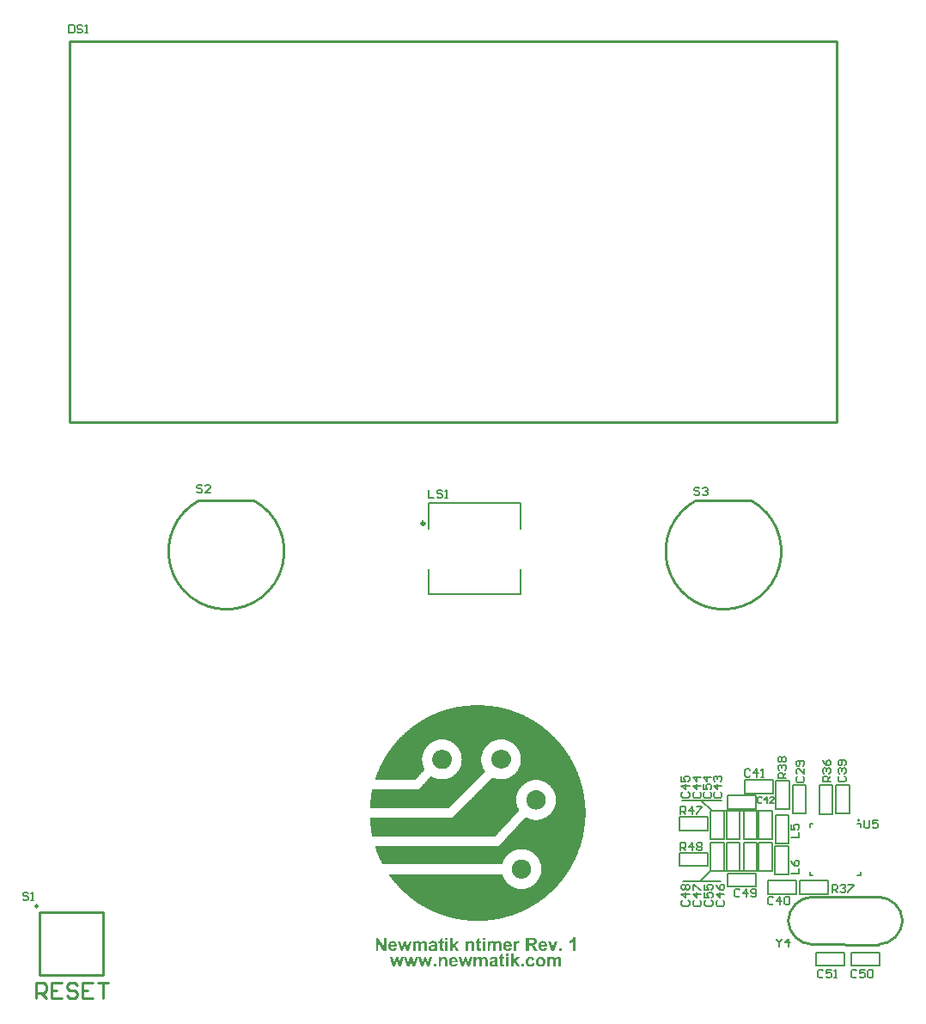
<source format=gto>
G04 Layer_Color=65535*
%FSLAX24Y24*%
%MOIN*%
G70*
G01*
G75*
%ADD19C,0.0118*%
%ADD40C,0.0100*%
%ADD65C,0.0098*%
%ADD66C,0.0079*%
%ADD67C,0.0010*%
%ADD68C,0.0059*%
%ADD69C,0.0050*%
G36*
X-19292Y9979D02*
X-19282Y9978D01*
X-19272Y9976D01*
X-19260Y9973D01*
X-19249Y9968D01*
X-19238Y9963D01*
X-19236Y9962D01*
X-19233Y9960D01*
X-19228Y9956D01*
X-19222Y9951D01*
X-19215Y9944D01*
X-19208Y9936D01*
X-19201Y9926D01*
X-19196Y9915D01*
X-19195Y9915D01*
X-19194Y9911D01*
X-19193Y9905D01*
X-19190Y9897D01*
X-19189Y9886D01*
X-19187Y9873D01*
X-19187Y9858D01*
X-19186Y9839D01*
Y9607D01*
X-19283D01*
Y9815D01*
Y9815D01*
Y9817D01*
Y9820D01*
Y9823D01*
X-19283Y9833D01*
X-19284Y9844D01*
X-19285Y9856D01*
X-19286Y9868D01*
X-19289Y9878D01*
X-19291Y9882D01*
X-19293Y9885D01*
X-19293Y9886D01*
X-19295Y9888D01*
X-19299Y9892D01*
X-19302Y9896D01*
X-19309Y9899D01*
X-19316Y9903D01*
X-19324Y9905D01*
X-19334Y9906D01*
X-19337D01*
X-19341Y9905D01*
X-19346Y9905D01*
X-19352Y9903D01*
X-19359Y9901D01*
X-19365Y9898D01*
X-19372Y9893D01*
X-19373Y9892D01*
X-19375Y9891D01*
X-19379Y9888D01*
X-19382Y9884D01*
X-19386Y9879D01*
X-19391Y9872D01*
X-19395Y9865D01*
X-19398Y9857D01*
Y9856D01*
X-19399Y9852D01*
X-19400Y9847D01*
X-19402Y9839D01*
X-19403Y9828D01*
X-19404Y9815D01*
X-19405Y9799D01*
Y9782D01*
Y9607D01*
X-19502D01*
Y9806D01*
Y9807D01*
Y9809D01*
Y9812D01*
Y9815D01*
Y9824D01*
X-19503Y9835D01*
X-19504Y9847D01*
X-19504Y9858D01*
X-19506Y9868D01*
X-19507Y9872D01*
X-19508Y9875D01*
Y9876D01*
X-19508Y9878D01*
X-19510Y9881D01*
X-19511Y9884D01*
X-19517Y9891D01*
X-19524Y9898D01*
X-19524D01*
X-19526Y9900D01*
X-19528Y9901D01*
X-19531Y9902D01*
X-19535Y9904D01*
X-19541Y9905D01*
X-19546Y9906D01*
X-19557D01*
X-19561Y9905D01*
X-19567Y9905D01*
X-19573Y9903D01*
X-19580Y9901D01*
X-19587Y9898D01*
X-19594Y9894D01*
X-19594Y9893D01*
X-19597Y9891D01*
X-19600Y9888D01*
X-19604Y9885D01*
X-19607Y9880D01*
X-19612Y9874D01*
X-19616Y9867D01*
X-19619Y9858D01*
Y9858D01*
X-19620Y9854D01*
X-19621Y9848D01*
X-19623Y9841D01*
X-19624Y9831D01*
X-19625Y9818D01*
X-19627Y9802D01*
Y9784D01*
Y9607D01*
X-19723D01*
Y9972D01*
X-19634D01*
Y9922D01*
X-19633Y9923D01*
X-19632Y9925D01*
X-19630Y9928D01*
X-19626Y9931D01*
X-19621Y9935D01*
X-19616Y9941D01*
X-19610Y9946D01*
X-19602Y9951D01*
X-19594Y9957D01*
X-19586Y9961D01*
X-19566Y9971D01*
X-19556Y9974D01*
X-19544Y9978D01*
X-19533Y9979D01*
X-19521Y9980D01*
X-19514D01*
X-19508Y9979D01*
X-19500Y9978D01*
X-19490Y9976D01*
X-19480Y9974D01*
X-19470Y9970D01*
X-19460Y9965D01*
X-19458Y9964D01*
X-19455Y9962D01*
X-19451Y9959D01*
X-19445Y9954D01*
X-19438Y9948D01*
X-19431Y9941D01*
X-19424Y9931D01*
X-19417Y9921D01*
X-19416Y9923D01*
X-19413Y9926D01*
X-19408Y9931D01*
X-19402Y9938D01*
X-19394Y9945D01*
X-19385Y9952D01*
X-19375Y9959D01*
X-19365Y9965D01*
X-19364Y9966D01*
X-19361Y9968D01*
X-19355Y9970D01*
X-19347Y9973D01*
X-19339Y9975D01*
X-19328Y9978D01*
X-19317Y9979D01*
X-19306Y9980D01*
X-19299D01*
X-19292Y9979D01*
D02*
G37*
G36*
X-16435D02*
X-16425Y9978D01*
X-16415Y9976D01*
X-16403Y9973D01*
X-16392Y9968D01*
X-16381Y9963D01*
X-16379Y9962D01*
X-16376Y9960D01*
X-16371Y9956D01*
X-16365Y9951D01*
X-16358Y9944D01*
X-16351Y9936D01*
X-16344Y9926D01*
X-16339Y9915D01*
X-16338Y9915D01*
X-16337Y9911D01*
X-16336Y9905D01*
X-16333Y9897D01*
X-16332Y9886D01*
X-16330Y9873D01*
X-16330Y9858D01*
X-16329Y9839D01*
Y9607D01*
X-16426D01*
Y9815D01*
Y9815D01*
Y9817D01*
Y9820D01*
Y9823D01*
X-16426Y9833D01*
X-16427Y9844D01*
X-16428Y9856D01*
X-16429Y9868D01*
X-16432Y9878D01*
X-16434Y9882D01*
X-16436Y9885D01*
X-16436Y9886D01*
X-16438Y9888D01*
X-16442Y9892D01*
X-16446Y9896D01*
X-16452Y9899D01*
X-16459Y9903D01*
X-16467Y9905D01*
X-16477Y9906D01*
X-16480D01*
X-16484Y9905D01*
X-16489Y9905D01*
X-16495Y9903D01*
X-16502Y9901D01*
X-16509Y9898D01*
X-16515Y9893D01*
X-16516Y9892D01*
X-16518Y9891D01*
X-16522Y9888D01*
X-16525Y9884D01*
X-16529Y9879D01*
X-16534Y9872D01*
X-16538Y9865D01*
X-16541Y9857D01*
Y9856D01*
X-16542Y9852D01*
X-16543Y9847D01*
X-16545Y9839D01*
X-16546Y9828D01*
X-16547Y9815D01*
X-16548Y9799D01*
Y9782D01*
Y9607D01*
X-16645D01*
Y9806D01*
Y9807D01*
Y9809D01*
Y9812D01*
Y9815D01*
Y9824D01*
X-16646Y9835D01*
X-16647Y9847D01*
X-16647Y9858D01*
X-16649Y9868D01*
X-16650Y9872D01*
X-16651Y9875D01*
Y9876D01*
X-16651Y9878D01*
X-16653Y9881D01*
X-16654Y9884D01*
X-16660Y9891D01*
X-16667Y9898D01*
X-16667D01*
X-16669Y9900D01*
X-16671Y9901D01*
X-16674Y9902D01*
X-16678Y9904D01*
X-16684Y9905D01*
X-16689Y9906D01*
X-16700D01*
X-16704Y9905D01*
X-16710Y9905D01*
X-16716Y9903D01*
X-16723Y9901D01*
X-16730Y9898D01*
X-16737Y9894D01*
X-16737Y9893D01*
X-16740Y9891D01*
X-16743Y9888D01*
X-16747Y9885D01*
X-16750Y9880D01*
X-16755Y9874D01*
X-16759Y9867D01*
X-16762Y9858D01*
Y9858D01*
X-16763Y9854D01*
X-16764Y9848D01*
X-16766Y9841D01*
X-16767Y9831D01*
X-16768Y9818D01*
X-16770Y9802D01*
Y9784D01*
Y9607D01*
X-16866D01*
Y9972D01*
X-16777D01*
Y9922D01*
X-16777Y9923D01*
X-16775Y9925D01*
X-16773Y9928D01*
X-16769Y9931D01*
X-16764Y9935D01*
X-16759Y9941D01*
X-16753Y9946D01*
X-16745Y9951D01*
X-16737Y9957D01*
X-16729Y9961D01*
X-16709Y9971D01*
X-16699Y9974D01*
X-16687Y9978D01*
X-16676Y9979D01*
X-16664Y9980D01*
X-16657D01*
X-16651Y9979D01*
X-16643Y9978D01*
X-16633Y9976D01*
X-16623Y9974D01*
X-16613Y9970D01*
X-16603Y9965D01*
X-16601Y9964D01*
X-16598Y9962D01*
X-16594Y9959D01*
X-16588Y9954D01*
X-16581Y9948D01*
X-16574Y9941D01*
X-16567Y9931D01*
X-16560Y9921D01*
X-16559Y9923D01*
X-16556Y9926D01*
X-16551Y9931D01*
X-16545Y9938D01*
X-16537Y9945D01*
X-16528Y9952D01*
X-16518Y9959D01*
X-16509Y9965D01*
X-16507Y9966D01*
X-16504Y9968D01*
X-16498Y9970D01*
X-16490Y9973D01*
X-16482Y9975D01*
X-16471Y9978D01*
X-16460Y9979D01*
X-16449Y9980D01*
X-16442D01*
X-16435Y9979D01*
D02*
G37*
G36*
X-20865D02*
X-20858Y9978D01*
X-20848Y9977D01*
X-20838Y9975D01*
X-20828Y9972D01*
X-20819Y9968D01*
X-20817Y9968D01*
X-20814Y9966D01*
X-20809Y9964D01*
X-20804Y9961D01*
X-20797Y9956D01*
X-20791Y9951D01*
X-20784Y9945D01*
X-20779Y9938D01*
X-20778Y9938D01*
X-20776Y9935D01*
X-20774Y9931D01*
X-20771Y9927D01*
X-20768Y9921D01*
X-20765Y9914D01*
X-20762Y9906D01*
X-20759Y9898D01*
Y9897D01*
X-20759Y9894D01*
X-20758Y9888D01*
X-20756Y9882D01*
X-20756Y9872D01*
X-20755Y9861D01*
X-20754Y9848D01*
Y9833D01*
Y9607D01*
X-20851D01*
Y9792D01*
Y9793D01*
Y9795D01*
Y9798D01*
Y9802D01*
Y9807D01*
Y9812D01*
X-20852Y9824D01*
X-20852Y9837D01*
X-20854Y9849D01*
X-20855Y9860D01*
X-20856Y9865D01*
X-20858Y9868D01*
Y9869D01*
X-20858Y9872D01*
X-20860Y9875D01*
X-20862Y9878D01*
X-20868Y9888D01*
X-20878Y9896D01*
X-20878Y9897D01*
X-20880Y9898D01*
X-20883Y9899D01*
X-20887Y9901D01*
X-20891Y9903D01*
X-20898Y9905D01*
X-20904Y9905D01*
X-20911Y9906D01*
X-20915D01*
X-20920Y9905D01*
X-20926Y9905D01*
X-20933Y9903D01*
X-20941Y9900D01*
X-20948Y9897D01*
X-20956Y9892D01*
X-20957Y9891D01*
X-20959Y9890D01*
X-20962Y9887D01*
X-20967Y9882D01*
X-20971Y9877D01*
X-20975Y9871D01*
X-20980Y9864D01*
X-20983Y9855D01*
Y9855D01*
X-20984Y9851D01*
X-20985Y9845D01*
X-20986Y9837D01*
X-20987Y9832D01*
X-20987Y9825D01*
X-20988Y9819D01*
X-20989Y9811D01*
Y9802D01*
X-20990Y9793D01*
Y9782D01*
Y9772D01*
Y9607D01*
X-21087D01*
Y9972D01*
X-20997D01*
Y9918D01*
X-20996Y9919D01*
X-20994Y9921D01*
X-20992Y9924D01*
X-20988Y9928D01*
X-20984Y9933D01*
X-20977Y9938D01*
X-20971Y9944D01*
X-20964Y9949D01*
X-20955Y9954D01*
X-20947Y9961D01*
X-20937Y9965D01*
X-20926Y9971D01*
X-20915Y9974D01*
X-20903Y9978D01*
X-20890Y9979D01*
X-20877Y9980D01*
X-20872D01*
X-20865Y9979D01*
D02*
G37*
G36*
X-19884Y9607D02*
X-19977D01*
X-20040Y9842D01*
X-20102Y9607D01*
X-20196D01*
X-20311Y9972D01*
X-20217D01*
X-20149Y9733D01*
X-20086Y9972D01*
X-19992D01*
X-19931Y9733D01*
X-19862Y9972D01*
X-19766D01*
X-19884Y9607D01*
D02*
G37*
G36*
X-17515Y9979D02*
X-17508D01*
X-17502Y9978D01*
X-17487Y9976D01*
X-17470Y9973D01*
X-17452Y9968D01*
X-17435Y9961D01*
X-17419Y9951D01*
X-17419D01*
X-17418Y9949D01*
X-17412Y9945D01*
X-17406Y9938D01*
X-17397Y9929D01*
X-17388Y9917D01*
X-17378Y9902D01*
X-17369Y9885D01*
X-17362Y9864D01*
X-17457Y9847D01*
Y9848D01*
X-17458Y9852D01*
X-17459Y9856D01*
X-17462Y9862D01*
X-17465Y9869D01*
X-17469Y9876D01*
X-17473Y9883D01*
X-17479Y9889D01*
X-17480Y9890D01*
X-17482Y9891D01*
X-17486Y9894D01*
X-17491Y9897D01*
X-17498Y9899D01*
X-17505Y9901D01*
X-17514Y9903D01*
X-17524Y9904D01*
X-17530D01*
X-17536Y9902D01*
X-17545Y9901D01*
X-17554Y9898D01*
X-17563Y9893D01*
X-17573Y9887D01*
X-17581Y9878D01*
X-17582Y9877D01*
X-17584Y9874D01*
X-17588Y9868D01*
X-17592Y9858D01*
X-17596Y9847D01*
X-17600Y9832D01*
X-17602Y9815D01*
X-17603Y9805D01*
Y9795D01*
Y9794D01*
Y9792D01*
Y9789D01*
Y9784D01*
X-17602Y9779D01*
X-17601Y9772D01*
X-17600Y9759D01*
X-17598Y9743D01*
X-17594Y9729D01*
X-17588Y9714D01*
X-17585Y9708D01*
X-17581Y9703D01*
X-17581Y9702D01*
X-17578Y9699D01*
X-17573Y9694D01*
X-17566Y9690D01*
X-17558Y9685D01*
X-17548Y9680D01*
X-17536Y9677D01*
X-17523Y9676D01*
X-17518D01*
X-17513Y9677D01*
X-17507Y9679D01*
X-17500Y9680D01*
X-17492Y9683D01*
X-17485Y9686D01*
X-17478Y9692D01*
X-17477Y9693D01*
X-17475Y9695D01*
X-17472Y9699D01*
X-17468Y9704D01*
X-17464Y9712D01*
X-17459Y9721D01*
X-17455Y9733D01*
X-17452Y9746D01*
X-17357Y9729D01*
Y9729D01*
X-17358Y9726D01*
X-17359Y9723D01*
X-17360Y9719D01*
X-17362Y9713D01*
X-17364Y9707D01*
X-17370Y9693D01*
X-17378Y9676D01*
X-17388Y9660D01*
X-17400Y9644D01*
X-17407Y9637D01*
X-17415Y9630D01*
X-17415D01*
X-17416Y9629D01*
X-17419Y9627D01*
X-17422Y9625D01*
X-17426Y9623D01*
X-17432Y9620D01*
X-17438Y9617D01*
X-17444Y9614D01*
X-17452Y9611D01*
X-17460Y9608D01*
X-17469Y9605D01*
X-17479Y9603D01*
X-17502Y9599D01*
X-17514Y9598D01*
X-17527Y9597D01*
X-17535D01*
X-17540Y9598D01*
X-17547Y9599D01*
X-17555Y9600D01*
X-17563Y9601D01*
X-17573Y9603D01*
X-17593Y9610D01*
X-17604Y9613D01*
X-17614Y9618D01*
X-17625Y9624D01*
X-17635Y9631D01*
X-17645Y9639D01*
X-17654Y9647D01*
X-17655Y9648D01*
X-17657Y9650D01*
X-17659Y9653D01*
X-17662Y9656D01*
X-17665Y9662D01*
X-17670Y9668D01*
X-17674Y9676D01*
X-17678Y9684D01*
X-17683Y9693D01*
X-17687Y9704D01*
X-17691Y9716D01*
X-17694Y9728D01*
X-17697Y9742D01*
X-17700Y9756D01*
X-17701Y9772D01*
X-17702Y9788D01*
Y9789D01*
Y9792D01*
Y9796D01*
X-17701Y9803D01*
X-17700Y9810D01*
X-17700Y9819D01*
X-17698Y9829D01*
X-17696Y9839D01*
X-17690Y9862D01*
X-17687Y9874D01*
X-17682Y9885D01*
X-17677Y9898D01*
X-17670Y9908D01*
X-17663Y9919D01*
X-17654Y9929D01*
X-17654Y9930D01*
X-17652Y9931D01*
X-17650Y9934D01*
X-17646Y9937D01*
X-17641Y9941D01*
X-17635Y9945D01*
X-17628Y9950D01*
X-17621Y9954D01*
X-17611Y9959D01*
X-17602Y9964D01*
X-17591Y9968D01*
X-17580Y9972D01*
X-17568Y9975D01*
X-17555Y9978D01*
X-17540Y9979D01*
X-17525Y9980D01*
X-17519D01*
X-17515Y9979D01*
D02*
G37*
G36*
X-19507Y10587D02*
X-19441D01*
Y10510D01*
X-19507D01*
Y10361D01*
Y10360D01*
Y10360D01*
Y10357D01*
Y10354D01*
Y10346D01*
Y10338D01*
X-19506Y10329D01*
Y10320D01*
Y10313D01*
X-19505Y10310D01*
Y10309D01*
Y10307D01*
X-19504Y10304D01*
X-19501Y10300D01*
X-19497Y10297D01*
X-19495Y10296D01*
X-19492Y10294D01*
X-19487Y10293D01*
X-19481Y10292D01*
X-19478D01*
X-19475Y10293D01*
X-19471Y10293D01*
X-19465Y10294D01*
X-19458Y10296D01*
X-19451Y10298D01*
X-19441Y10301D01*
X-19433Y10226D01*
X-19435Y10225D01*
X-19439Y10224D01*
X-19446Y10221D01*
X-19455Y10219D01*
X-19467Y10217D01*
X-19480Y10214D01*
X-19494Y10213D01*
X-19510Y10212D01*
X-19514D01*
X-19519Y10213D01*
X-19525D01*
X-19533Y10214D01*
X-19541Y10216D01*
X-19549Y10217D01*
X-19557Y10221D01*
X-19557Y10221D01*
X-19560Y10222D01*
X-19564Y10224D01*
X-19568Y10227D01*
X-19578Y10234D01*
X-19584Y10238D01*
X-19587Y10243D01*
X-19588Y10244D01*
X-19589Y10245D01*
X-19590Y10249D01*
X-19593Y10253D01*
X-19595Y10259D01*
X-19597Y10265D01*
X-19599Y10273D01*
X-19600Y10281D01*
Y10282D01*
X-19601Y10285D01*
Y10290D01*
X-19602Y10296D01*
X-19603Y10305D01*
Y10317D01*
X-19604Y10332D01*
Y10340D01*
Y10350D01*
Y10510D01*
X-19648D01*
Y10587D01*
X-19604D01*
Y10659D01*
X-19507Y10716D01*
Y10587D01*
D02*
G37*
G36*
X-18400Y10594D02*
X-18393Y10593D01*
X-18385Y10591D01*
X-18376Y10590D01*
X-18367Y10588D01*
X-18357Y10585D01*
X-18346Y10581D01*
X-18336Y10577D01*
X-18325Y10571D01*
X-18314Y10565D01*
X-18304Y10558D01*
X-18294Y10550D01*
X-18285Y10540D01*
X-18284Y10539D01*
X-18283Y10538D01*
X-18280Y10535D01*
X-18277Y10530D01*
X-18274Y10524D01*
X-18270Y10517D01*
X-18266Y10509D01*
X-18262Y10499D01*
X-18257Y10489D01*
X-18253Y10476D01*
X-18250Y10462D01*
X-18246Y10448D01*
X-18243Y10432D01*
X-18241Y10415D01*
X-18240Y10396D01*
Y10376D01*
X-18481D01*
Y10375D01*
Y10374D01*
Y10372D01*
X-18481Y10369D01*
X-18480Y10360D01*
X-18478Y10351D01*
X-18475Y10340D01*
X-18471Y10329D01*
X-18466Y10318D01*
X-18458Y10308D01*
X-18458Y10307D01*
X-18455Y10304D01*
X-18450Y10300D01*
X-18443Y10297D01*
X-18435Y10292D01*
X-18425Y10288D01*
X-18415Y10285D01*
X-18403Y10284D01*
X-18399D01*
X-18395Y10285D01*
X-18389Y10286D01*
X-18384Y10287D01*
X-18377Y10290D01*
X-18371Y10293D01*
X-18365Y10297D01*
X-18364Y10297D01*
X-18362Y10299D01*
X-18359Y10302D01*
X-18356Y10307D01*
X-18352Y10312D01*
X-18348Y10319D01*
X-18344Y10326D01*
X-18341Y10336D01*
X-18245Y10320D01*
Y10320D01*
X-18246Y10318D01*
X-18247Y10315D01*
X-18249Y10312D01*
X-18250Y10307D01*
X-18253Y10302D01*
X-18260Y10290D01*
X-18268Y10277D01*
X-18278Y10264D01*
X-18290Y10251D01*
X-18304Y10240D01*
X-18305D01*
X-18306Y10238D01*
X-18308Y10237D01*
X-18311Y10235D01*
X-18315Y10234D01*
X-18320Y10231D01*
X-18332Y10226D01*
X-18346Y10221D01*
X-18363Y10217D01*
X-18382Y10214D01*
X-18404Y10212D01*
X-18408D01*
X-18413Y10213D01*
X-18419D01*
X-18428Y10214D01*
X-18436Y10215D01*
X-18446Y10217D01*
X-18457Y10220D01*
X-18468Y10223D01*
X-18480Y10227D01*
X-18492Y10232D01*
X-18504Y10238D01*
X-18515Y10245D01*
X-18526Y10254D01*
X-18536Y10264D01*
X-18545Y10274D01*
Y10275D01*
X-18547Y10277D01*
X-18548Y10280D01*
X-18551Y10283D01*
X-18554Y10288D01*
X-18557Y10294D01*
X-18560Y10301D01*
X-18563Y10309D01*
X-18566Y10317D01*
X-18569Y10327D01*
X-18572Y10337D01*
X-18575Y10349D01*
X-18579Y10373D01*
X-18580Y10386D01*
X-18581Y10400D01*
Y10401D01*
Y10404D01*
Y10409D01*
X-18580Y10416D01*
X-18579Y10422D01*
X-18578Y10432D01*
X-18577Y10442D01*
X-18574Y10452D01*
X-18569Y10475D01*
X-18565Y10486D01*
X-18561Y10499D01*
X-18555Y10510D01*
X-18549Y10522D01*
X-18542Y10532D01*
X-18534Y10542D01*
X-18533Y10543D01*
X-18531Y10545D01*
X-18529Y10547D01*
X-18525Y10551D01*
X-18521Y10555D01*
X-18515Y10559D01*
X-18508Y10564D01*
X-18501Y10568D01*
X-18492Y10573D01*
X-18484Y10578D01*
X-18474Y10582D01*
X-18463Y10586D01*
X-18452Y10590D01*
X-18440Y10592D01*
X-18427Y10594D01*
X-18414Y10595D01*
X-18406D01*
X-18400Y10594D01*
D02*
G37*
G36*
X-20954Y10587D02*
X-20888D01*
Y10510D01*
X-20954D01*
Y10361D01*
Y10360D01*
Y10360D01*
Y10357D01*
Y10354D01*
Y10346D01*
Y10338D01*
X-20954Y10329D01*
Y10320D01*
Y10313D01*
X-20953Y10310D01*
Y10309D01*
Y10307D01*
X-20951Y10304D01*
X-20948Y10300D01*
X-20944Y10297D01*
X-20943Y10296D01*
X-20940Y10294D01*
X-20934Y10293D01*
X-20928Y10292D01*
X-20926D01*
X-20923Y10293D01*
X-20918Y10293D01*
X-20913Y10294D01*
X-20906Y10296D01*
X-20898Y10298D01*
X-20889Y10301D01*
X-20881Y10226D01*
X-20882Y10225D01*
X-20887Y10224D01*
X-20894Y10221D01*
X-20903Y10219D01*
X-20915Y10217D01*
X-20928Y10214D01*
X-20942Y10213D01*
X-20958Y10212D01*
X-20962D01*
X-20967Y10213D01*
X-20973D01*
X-20981Y10214D01*
X-20988Y10216D01*
X-20997Y10217D01*
X-21004Y10221D01*
X-21005Y10221D01*
X-21007Y10222D01*
X-21011Y10224D01*
X-21016Y10227D01*
X-21026Y10234D01*
X-21031Y10238D01*
X-21035Y10243D01*
X-21036Y10244D01*
X-21037Y10245D01*
X-21038Y10249D01*
X-21040Y10253D01*
X-21043Y10259D01*
X-21045Y10265D01*
X-21047Y10273D01*
X-21048Y10281D01*
Y10282D01*
X-21049Y10285D01*
Y10290D01*
X-21050Y10296D01*
X-21050Y10305D01*
Y10317D01*
X-21051Y10332D01*
Y10340D01*
Y10350D01*
Y10510D01*
X-21096D01*
Y10587D01*
X-21051D01*
Y10659D01*
X-20954Y10716D01*
Y10587D01*
D02*
G37*
G36*
X-18367Y10022D02*
X-18464D01*
Y10111D01*
X-18367D01*
Y10022D01*
D02*
G37*
G36*
X-22861Y10594D02*
X-22854Y10593D01*
X-22846Y10591D01*
X-22837Y10590D01*
X-22828Y10588D01*
X-22818Y10585D01*
X-22807Y10581D01*
X-22796Y10577D01*
X-22785Y10571D01*
X-22775Y10565D01*
X-22765Y10558D01*
X-22755Y10550D01*
X-22745Y10540D01*
X-22745Y10539D01*
X-22743Y10538D01*
X-22741Y10535D01*
X-22738Y10530D01*
X-22735Y10524D01*
X-22731Y10517D01*
X-22726Y10509D01*
X-22722Y10499D01*
X-22718Y10489D01*
X-22714Y10476D01*
X-22710Y10462D01*
X-22706Y10448D01*
X-22704Y10432D01*
X-22702Y10415D01*
X-22700Y10396D01*
Y10376D01*
X-22942D01*
Y10375D01*
Y10374D01*
Y10372D01*
X-22941Y10369D01*
X-22940Y10360D01*
X-22939Y10351D01*
X-22936Y10340D01*
X-22932Y10329D01*
X-22927Y10318D01*
X-22919Y10308D01*
X-22918Y10307D01*
X-22915Y10304D01*
X-22911Y10300D01*
X-22904Y10297D01*
X-22896Y10292D01*
X-22886Y10288D01*
X-22875Y10285D01*
X-22864Y10284D01*
X-22860D01*
X-22855Y10285D01*
X-22850Y10286D01*
X-22845Y10287D01*
X-22838Y10290D01*
X-22831Y10293D01*
X-22825Y10297D01*
X-22825Y10297D01*
X-22823Y10299D01*
X-22820Y10302D01*
X-22817Y10307D01*
X-22813Y10312D01*
X-22808Y10319D01*
X-22805Y10326D01*
X-22801Y10336D01*
X-22705Y10320D01*
Y10320D01*
X-22706Y10318D01*
X-22708Y10315D01*
X-22709Y10312D01*
X-22711Y10307D01*
X-22714Y10302D01*
X-22720Y10290D01*
X-22729Y10277D01*
X-22739Y10264D01*
X-22751Y10251D01*
X-22765Y10240D01*
X-22765D01*
X-22766Y10238D01*
X-22768Y10237D01*
X-22772Y10235D01*
X-22775Y10234D01*
X-22781Y10231D01*
X-22792Y10226D01*
X-22807Y10221D01*
X-22824Y10217D01*
X-22843Y10214D01*
X-22864Y10212D01*
X-22868D01*
X-22874Y10213D01*
X-22880D01*
X-22888Y10214D01*
X-22897Y10215D01*
X-22907Y10217D01*
X-22917Y10220D01*
X-22929Y10223D01*
X-22940Y10227D01*
X-22953Y10232D01*
X-22964Y10238D01*
X-22976Y10245D01*
X-22987Y10254D01*
X-22997Y10264D01*
X-23006Y10274D01*
Y10275D01*
X-23007Y10277D01*
X-23009Y10280D01*
X-23011Y10283D01*
X-23014Y10288D01*
X-23017Y10294D01*
X-23020Y10301D01*
X-23023Y10309D01*
X-23027Y10317D01*
X-23030Y10327D01*
X-23033Y10337D01*
X-23036Y10349D01*
X-23040Y10373D01*
X-23040Y10386D01*
X-23041Y10400D01*
Y10401D01*
Y10404D01*
Y10409D01*
X-23040Y10416D01*
X-23040Y10422D01*
X-23039Y10432D01*
X-23037Y10442D01*
X-23035Y10452D01*
X-23030Y10475D01*
X-23026Y10486D01*
X-23021Y10499D01*
X-23016Y10510D01*
X-23010Y10522D01*
X-23003Y10532D01*
X-22994Y10542D01*
X-22993Y10543D01*
X-22992Y10545D01*
X-22990Y10547D01*
X-22986Y10551D01*
X-22981Y10555D01*
X-22975Y10559D01*
X-22969Y10564D01*
X-22961Y10568D01*
X-22953Y10573D01*
X-22944Y10578D01*
X-22934Y10582D01*
X-22924Y10586D01*
X-22912Y10590D01*
X-22901Y10592D01*
X-22887Y10594D01*
X-22874Y10595D01*
X-22867D01*
X-22861Y10594D01*
D02*
G37*
G36*
X-21449Y9607D02*
X-21542D01*
X-21605Y9842D01*
X-21667Y9607D01*
X-21761D01*
X-21876Y9972D01*
X-21782D01*
X-21714Y9733D01*
X-21651Y9972D01*
X-21557D01*
X-21497Y9733D01*
X-21427Y9972D01*
X-21332D01*
X-21449Y9607D01*
D02*
G37*
G36*
X-21185D02*
X-21282D01*
Y9703D01*
X-21185D01*
Y9607D01*
D02*
G37*
G36*
X-18932Y9979D02*
X-18925D01*
X-18911Y9978D01*
X-18895Y9976D01*
X-18879Y9974D01*
X-18864Y9970D01*
X-18857Y9968D01*
X-18851Y9964D01*
X-18849Y9964D01*
X-18846Y9961D01*
X-18840Y9958D01*
X-18833Y9954D01*
X-18826Y9948D01*
X-18819Y9941D01*
X-18812Y9934D01*
X-18806Y9925D01*
X-18806Y9925D01*
X-18804Y9921D01*
X-18803Y9915D01*
X-18799Y9905D01*
X-18799Y9900D01*
X-18797Y9894D01*
X-18796Y9887D01*
X-18796Y9878D01*
X-18795Y9870D01*
X-18794Y9860D01*
X-18793Y9850D01*
Y9839D01*
X-18795Y9726D01*
Y9726D01*
Y9724D01*
Y9722D01*
Y9719D01*
Y9710D01*
X-18794Y9700D01*
Y9688D01*
X-18793Y9676D01*
X-18792Y9665D01*
X-18790Y9655D01*
Y9654D01*
X-18789Y9651D01*
X-18788Y9647D01*
X-18786Y9640D01*
X-18784Y9633D01*
X-18781Y9625D01*
X-18777Y9617D01*
X-18773Y9607D01*
X-18868D01*
Y9607D01*
X-18869Y9608D01*
X-18869Y9610D01*
X-18870Y9613D01*
X-18872Y9617D01*
X-18874Y9622D01*
X-18875Y9628D01*
X-18878Y9634D01*
Y9635D01*
Y9636D01*
X-18879Y9639D01*
X-18880Y9643D01*
X-18881Y9646D01*
X-18882Y9645D01*
X-18885Y9642D01*
X-18890Y9637D01*
X-18897Y9632D01*
X-18905Y9626D01*
X-18914Y9620D01*
X-18923Y9614D01*
X-18934Y9609D01*
X-18935Y9608D01*
X-18938Y9607D01*
X-18945Y9605D01*
X-18952Y9603D01*
X-18961Y9601D01*
X-18971Y9599D01*
X-18982Y9598D01*
X-18994Y9597D01*
X-18999D01*
X-19003Y9598D01*
X-19008D01*
X-19014Y9599D01*
X-19026Y9601D01*
X-19041Y9605D01*
X-19055Y9610D01*
X-19070Y9617D01*
X-19083Y9627D01*
X-19084Y9629D01*
X-19088Y9633D01*
X-19093Y9640D01*
X-19099Y9649D01*
X-19105Y9660D01*
X-19110Y9673D01*
X-19114Y9689D01*
X-19115Y9706D01*
Y9707D01*
Y9711D01*
X-19114Y9716D01*
X-19114Y9724D01*
X-19111Y9733D01*
X-19109Y9742D01*
X-19105Y9751D01*
X-19101Y9760D01*
X-19100Y9761D01*
X-19097Y9764D01*
X-19094Y9769D01*
X-19090Y9774D01*
X-19084Y9780D01*
X-19077Y9786D01*
X-19069Y9792D01*
X-19060Y9798D01*
X-19058Y9799D01*
X-19054Y9800D01*
X-19048Y9802D01*
X-19040Y9805D01*
X-19029Y9809D01*
X-19016Y9813D01*
X-19001Y9817D01*
X-18983Y9821D01*
X-18982D01*
X-18980Y9822D01*
X-18977Y9822D01*
X-18972Y9823D01*
X-18966Y9824D01*
X-18960Y9825D01*
X-18945Y9829D01*
X-18930Y9832D01*
X-18915Y9836D01*
X-18900Y9840D01*
X-18894Y9842D01*
X-18889Y9845D01*
Y9854D01*
Y9855D01*
Y9858D01*
X-18889Y9863D01*
X-18890Y9869D01*
X-18892Y9876D01*
X-18895Y9882D01*
X-18898Y9888D01*
X-18902Y9894D01*
X-18903Y9895D01*
X-18905Y9896D01*
X-18908Y9898D01*
X-18914Y9900D01*
X-18921Y9902D01*
X-18930Y9905D01*
X-18942Y9905D01*
X-18955Y9906D01*
X-18959D01*
X-18964Y9905D01*
X-18969Y9905D01*
X-18983Y9901D01*
X-18989Y9899D01*
X-18995Y9895D01*
X-18996Y9895D01*
X-18998Y9893D01*
X-19001Y9891D01*
X-19004Y9887D01*
X-19008Y9882D01*
X-19011Y9876D01*
X-19015Y9868D01*
X-19018Y9860D01*
X-19105Y9876D01*
Y9877D01*
X-19104Y9878D01*
X-19104Y9882D01*
X-19102Y9885D01*
X-19098Y9894D01*
X-19094Y9905D01*
X-19087Y9918D01*
X-19077Y9931D01*
X-19067Y9943D01*
X-19054Y9954D01*
X-19054D01*
X-19053Y9954D01*
X-19051Y9956D01*
X-19047Y9958D01*
X-19044Y9960D01*
X-19039Y9962D01*
X-19034Y9964D01*
X-19028Y9967D01*
X-19021Y9969D01*
X-19012Y9971D01*
X-19004Y9974D01*
X-18994Y9976D01*
X-18984Y9978D01*
X-18972Y9979D01*
X-18961Y9980D01*
X-18937D01*
X-18932Y9979D01*
D02*
G37*
G36*
X-17110D02*
X-17103Y9978D01*
X-17094Y9977D01*
X-17086Y9975D01*
X-17076Y9973D01*
X-17065Y9970D01*
X-17055Y9967D01*
X-17043Y9962D01*
X-17032Y9957D01*
X-17021Y9951D01*
X-17009Y9943D01*
X-16998Y9935D01*
X-16989Y9925D01*
X-16988Y9925D01*
X-16986Y9923D01*
X-16984Y9920D01*
X-16980Y9915D01*
X-16976Y9911D01*
X-16972Y9904D01*
X-16967Y9897D01*
X-16962Y9888D01*
X-16957Y9878D01*
X-16952Y9868D01*
X-16948Y9857D01*
X-16944Y9845D01*
X-16940Y9832D01*
X-16938Y9819D01*
X-16936Y9805D01*
X-16935Y9789D01*
Y9789D01*
Y9786D01*
Y9782D01*
X-16936Y9776D01*
X-16937Y9769D01*
X-16939Y9760D01*
X-16940Y9751D01*
X-16942Y9741D01*
X-16945Y9730D01*
X-16949Y9719D01*
X-16953Y9708D01*
X-16958Y9696D01*
X-16965Y9685D01*
X-16972Y9673D01*
X-16980Y9663D01*
X-16989Y9652D01*
X-16990Y9651D01*
X-16992Y9650D01*
X-16995Y9647D01*
X-16998Y9643D01*
X-17004Y9640D01*
X-17010Y9635D01*
X-17018Y9630D01*
X-17026Y9625D01*
X-17035Y9620D01*
X-17045Y9614D01*
X-17056Y9610D01*
X-17068Y9606D01*
X-17081Y9603D01*
X-17094Y9600D01*
X-17109Y9598D01*
X-17124Y9597D01*
X-17132D01*
X-17137Y9598D01*
X-17142Y9599D01*
X-17154Y9600D01*
X-17169Y9603D01*
X-17185Y9607D01*
X-17202Y9612D01*
X-17219Y9620D01*
X-17220D01*
X-17221Y9620D01*
X-17224Y9622D01*
X-17227Y9624D01*
X-17234Y9630D01*
X-17244Y9637D01*
X-17256Y9646D01*
X-17267Y9657D01*
X-17278Y9671D01*
X-17288Y9686D01*
Y9687D01*
X-17289Y9689D01*
X-17290Y9691D01*
X-17292Y9694D01*
X-17293Y9699D01*
X-17295Y9703D01*
X-17297Y9709D01*
X-17300Y9716D01*
X-17303Y9732D01*
X-17307Y9750D01*
X-17310Y9771D01*
X-17311Y9793D01*
Y9794D01*
Y9796D01*
Y9798D01*
X-17310Y9802D01*
Y9805D01*
X-17310Y9811D01*
X-17308Y9823D01*
X-17306Y9838D01*
X-17301Y9853D01*
X-17296Y9870D01*
X-17288Y9887D01*
Y9888D01*
X-17287Y9889D01*
X-17286Y9891D01*
X-17283Y9895D01*
X-17278Y9902D01*
X-17270Y9912D01*
X-17261Y9924D01*
X-17250Y9935D01*
X-17237Y9946D01*
X-17221Y9956D01*
X-17220D01*
X-17219Y9957D01*
X-17217Y9958D01*
X-17214Y9960D01*
X-17210Y9961D01*
X-17204Y9964D01*
X-17193Y9968D01*
X-17178Y9972D01*
X-17161Y9976D01*
X-17144Y9979D01*
X-17124Y9980D01*
X-17116D01*
X-17110Y9979D01*
D02*
G37*
G36*
X-20503D02*
X-20496Y9978D01*
X-20488Y9977D01*
X-20479Y9975D01*
X-20470Y9973D01*
X-20460Y9970D01*
X-20449Y9967D01*
X-20438Y9962D01*
X-20428Y9957D01*
X-20417Y9951D01*
X-20407Y9943D01*
X-20397Y9935D01*
X-20388Y9925D01*
X-20387Y9925D01*
X-20385Y9923D01*
X-20383Y9920D01*
X-20380Y9915D01*
X-20377Y9909D01*
X-20373Y9902D01*
X-20368Y9895D01*
X-20365Y9885D01*
X-20360Y9874D01*
X-20356Y9862D01*
X-20352Y9848D01*
X-20348Y9833D01*
X-20346Y9817D01*
X-20344Y9800D01*
X-20342Y9781D01*
Y9761D01*
X-20584D01*
Y9760D01*
Y9759D01*
Y9757D01*
X-20584Y9754D01*
X-20583Y9746D01*
X-20581Y9736D01*
X-20578Y9725D01*
X-20574Y9714D01*
X-20569Y9703D01*
X-20561Y9693D01*
X-20560Y9693D01*
X-20557Y9690D01*
X-20553Y9686D01*
X-20546Y9682D01*
X-20538Y9677D01*
X-20528Y9673D01*
X-20517Y9670D01*
X-20506Y9670D01*
X-20502D01*
X-20497Y9670D01*
X-20492Y9671D01*
X-20487Y9673D01*
X-20480Y9675D01*
X-20474Y9678D01*
X-20468Y9682D01*
X-20467Y9683D01*
X-20465Y9684D01*
X-20462Y9687D01*
X-20459Y9692D01*
X-20455Y9697D01*
X-20451Y9704D01*
X-20447Y9712D01*
X-20444Y9722D01*
X-20348Y9706D01*
Y9705D01*
X-20348Y9703D01*
X-20350Y9700D01*
X-20352Y9697D01*
X-20353Y9693D01*
X-20356Y9687D01*
X-20362Y9676D01*
X-20371Y9663D01*
X-20381Y9650D01*
X-20393Y9637D01*
X-20407Y9625D01*
X-20408D01*
X-20408Y9623D01*
X-20411Y9623D01*
X-20414Y9620D01*
X-20418Y9619D01*
X-20423Y9617D01*
X-20435Y9611D01*
X-20449Y9606D01*
X-20466Y9602D01*
X-20485Y9599D01*
X-20507Y9597D01*
X-20511D01*
X-20516Y9598D01*
X-20522D01*
X-20531Y9600D01*
X-20539Y9600D01*
X-20549Y9603D01*
X-20560Y9605D01*
X-20571Y9608D01*
X-20583Y9613D01*
X-20595Y9617D01*
X-20607Y9623D01*
X-20618Y9630D01*
X-20629Y9639D01*
X-20639Y9649D01*
X-20648Y9660D01*
Y9660D01*
X-20650Y9662D01*
X-20651Y9665D01*
X-20653Y9669D01*
X-20656Y9673D01*
X-20660Y9680D01*
X-20663Y9686D01*
X-20666Y9694D01*
X-20669Y9703D01*
X-20672Y9713D01*
X-20675Y9723D01*
X-20678Y9734D01*
X-20682Y9759D01*
X-20683Y9772D01*
X-20683Y9786D01*
Y9786D01*
Y9789D01*
Y9794D01*
X-20683Y9801D01*
X-20682Y9808D01*
X-20681Y9817D01*
X-20680Y9827D01*
X-20677Y9837D01*
X-20672Y9860D01*
X-20668Y9872D01*
X-20663Y9884D01*
X-20658Y9895D01*
X-20652Y9907D01*
X-20645Y9918D01*
X-20636Y9928D01*
X-20636Y9928D01*
X-20634Y9930D01*
X-20632Y9932D01*
X-20628Y9936D01*
X-20623Y9940D01*
X-20617Y9944D01*
X-20611Y9949D01*
X-20603Y9954D01*
X-20595Y9958D01*
X-20587Y9964D01*
X-20577Y9968D01*
X-20566Y9971D01*
X-20554Y9975D01*
X-20543Y9978D01*
X-20530Y9979D01*
X-20517Y9980D01*
X-20509D01*
X-20503Y9979D01*
D02*
G37*
G36*
X-18597Y9972D02*
X-18531D01*
Y9895D01*
X-18597D01*
Y9746D01*
Y9746D01*
Y9745D01*
Y9743D01*
Y9739D01*
Y9732D01*
Y9723D01*
X-18596Y9714D01*
Y9706D01*
Y9699D01*
X-18595Y9696D01*
Y9694D01*
Y9693D01*
X-18594Y9690D01*
X-18591Y9686D01*
X-18587Y9682D01*
X-18585Y9681D01*
X-18582Y9680D01*
X-18577Y9678D01*
X-18571Y9677D01*
X-18568D01*
X-18565Y9678D01*
X-18561Y9679D01*
X-18555Y9680D01*
X-18548Y9681D01*
X-18541Y9683D01*
X-18531Y9686D01*
X-18523Y9611D01*
X-18525Y9610D01*
X-18529Y9609D01*
X-18536Y9607D01*
X-18545Y9604D01*
X-18557Y9602D01*
X-18570Y9600D01*
X-18584Y9598D01*
X-18600Y9597D01*
X-18604D01*
X-18609Y9598D01*
X-18615D01*
X-18623Y9600D01*
X-18630Y9601D01*
X-18639Y9603D01*
X-18647Y9606D01*
X-18647Y9607D01*
X-18650Y9607D01*
X-18654Y9609D01*
X-18658Y9612D01*
X-18668Y9619D01*
X-18673Y9623D01*
X-18677Y9628D01*
X-18678Y9629D01*
X-18679Y9630D01*
X-18680Y9634D01*
X-18683Y9638D01*
X-18685Y9644D01*
X-18687Y9650D01*
X-18689Y9658D01*
X-18690Y9666D01*
Y9667D01*
X-18691Y9670D01*
Y9675D01*
X-18692Y9681D01*
X-18693Y9690D01*
Y9703D01*
X-18693Y9717D01*
Y9726D01*
Y9735D01*
Y9895D01*
X-18738D01*
Y9972D01*
X-18693D01*
Y10044D01*
X-18597Y10101D01*
Y9972D01*
D02*
G37*
G36*
X-22544Y9607D02*
X-22637D01*
X-22700Y9842D01*
X-22762Y9607D01*
X-22856D01*
X-22971Y9972D01*
X-22878D01*
X-22809Y9733D01*
X-22746Y9972D01*
X-22652D01*
X-22592Y9733D01*
X-22522Y9972D01*
X-22427D01*
X-22544Y9607D01*
D02*
G37*
G36*
X-21997D02*
X-22090D01*
X-22153Y9842D01*
X-22215Y9607D01*
X-22308D01*
X-22424Y9972D01*
X-22330D01*
X-22262Y9733D01*
X-22199Y9972D01*
X-22105D01*
X-22044Y9733D01*
X-21974Y9972D01*
X-21879D01*
X-21997Y9607D01*
D02*
G37*
G36*
X-17780D02*
X-17877D01*
Y9703D01*
X-17780D01*
Y9607D01*
D02*
G37*
G36*
X-18367D02*
X-18464D01*
Y9972D01*
X-18367D01*
Y9607D01*
D02*
G37*
G36*
X-18175Y9843D02*
X-18062Y9972D01*
X-17943D01*
X-18068Y9839D01*
X-17934Y9607D01*
X-18038D01*
X-18131Y9771D01*
X-18175Y9723D01*
Y9607D01*
X-18272D01*
Y10111D01*
X-18175D01*
Y9843D01*
D02*
G37*
G36*
X-17030Y10594D02*
X-17023Y10593D01*
X-17015Y10591D01*
X-17006Y10590D01*
X-16997Y10588D01*
X-16987Y10585D01*
X-16976Y10581D01*
X-16965Y10577D01*
X-16955Y10571D01*
X-16944Y10565D01*
X-16934Y10558D01*
X-16924Y10550D01*
X-16915Y10540D01*
X-16914Y10539D01*
X-16912Y10538D01*
X-16910Y10535D01*
X-16907Y10530D01*
X-16904Y10524D01*
X-16900Y10517D01*
X-16896Y10509D01*
X-16892Y10499D01*
X-16887Y10489D01*
X-16883Y10476D01*
X-16879Y10462D01*
X-16876Y10448D01*
X-16873Y10432D01*
X-16871Y10415D01*
X-16869Y10396D01*
Y10376D01*
X-17111D01*
Y10375D01*
Y10374D01*
Y10372D01*
X-17111Y10369D01*
X-17110Y10360D01*
X-17108Y10351D01*
X-17105Y10340D01*
X-17101Y10329D01*
X-17096Y10318D01*
X-17088Y10308D01*
X-17088Y10307D01*
X-17084Y10304D01*
X-17080Y10300D01*
X-17073Y10297D01*
X-17065Y10292D01*
X-17055Y10288D01*
X-17045Y10285D01*
X-17033Y10284D01*
X-17029D01*
X-17025Y10285D01*
X-17019Y10286D01*
X-17014Y10287D01*
X-17007Y10290D01*
X-17001Y10293D01*
X-16995Y10297D01*
X-16994Y10297D01*
X-16992Y10299D01*
X-16989Y10302D01*
X-16986Y10307D01*
X-16982Y10312D01*
X-16978Y10319D01*
X-16974Y10326D01*
X-16971Y10336D01*
X-16875Y10320D01*
Y10320D01*
X-16876Y10318D01*
X-16877Y10315D01*
X-16879Y10312D01*
X-16880Y10307D01*
X-16883Y10302D01*
X-16889Y10290D01*
X-16898Y10277D01*
X-16908Y10264D01*
X-16920Y10251D01*
X-16934Y10240D01*
X-16935D01*
X-16935Y10238D01*
X-16938Y10237D01*
X-16941Y10235D01*
X-16945Y10234D01*
X-16950Y10231D01*
X-16962Y10226D01*
X-16976Y10221D01*
X-16993Y10217D01*
X-17012Y10214D01*
X-17034Y10212D01*
X-17038D01*
X-17043Y10213D01*
X-17049D01*
X-17058Y10214D01*
X-17066Y10215D01*
X-17076Y10217D01*
X-17087Y10220D01*
X-17098Y10223D01*
X-17110Y10227D01*
X-17122Y10232D01*
X-17134Y10238D01*
X-17145Y10245D01*
X-17156Y10254D01*
X-17166Y10264D01*
X-17175Y10274D01*
Y10275D01*
X-17177Y10277D01*
X-17178Y10280D01*
X-17181Y10283D01*
X-17184Y10288D01*
X-17187Y10294D01*
X-17190Y10301D01*
X-17193Y10309D01*
X-17196Y10317D01*
X-17199Y10327D01*
X-17202Y10337D01*
X-17205Y10349D01*
X-17209Y10373D01*
X-17210Y10386D01*
X-17210Y10400D01*
Y10401D01*
Y10404D01*
Y10409D01*
X-17210Y10416D01*
X-17209Y10422D01*
X-17208Y10432D01*
X-17207Y10442D01*
X-17204Y10452D01*
X-17199Y10475D01*
X-17195Y10486D01*
X-17190Y10499D01*
X-17185Y10510D01*
X-17179Y10522D01*
X-17172Y10532D01*
X-17164Y10542D01*
X-17163Y10543D01*
X-17161Y10545D01*
X-17159Y10547D01*
X-17155Y10551D01*
X-17151Y10555D01*
X-17144Y10559D01*
X-17138Y10564D01*
X-17131Y10568D01*
X-17122Y10573D01*
X-17114Y10578D01*
X-17104Y10582D01*
X-17093Y10586D01*
X-17081Y10590D01*
X-17070Y10592D01*
X-17057Y10594D01*
X-17044Y10595D01*
X-17036D01*
X-17030Y10594D01*
D02*
G37*
G36*
X-19819D02*
X-19811Y10593D01*
X-19802Y10591D01*
X-19792Y10590D01*
X-19782Y10587D01*
X-19772Y10583D01*
X-19770Y10582D01*
X-19767Y10581D01*
X-19763Y10578D01*
X-19757Y10575D01*
X-19750Y10571D01*
X-19744Y10565D01*
X-19737Y10560D01*
X-19732Y10553D01*
X-19731Y10552D01*
X-19729Y10550D01*
X-19727Y10546D01*
X-19724Y10542D01*
X-19721Y10535D01*
X-19718Y10528D01*
X-19715Y10521D01*
X-19713Y10512D01*
Y10512D01*
X-19712Y10509D01*
X-19711Y10503D01*
X-19710Y10496D01*
X-19709Y10487D01*
X-19708Y10475D01*
X-19707Y10462D01*
Y10448D01*
Y10221D01*
X-19804D01*
Y10407D01*
Y10408D01*
Y10409D01*
Y10413D01*
Y10416D01*
Y10422D01*
Y10427D01*
X-19805Y10439D01*
X-19806Y10452D01*
X-19807Y10464D01*
X-19809Y10475D01*
X-19809Y10479D01*
X-19811Y10483D01*
Y10484D01*
X-19812Y10486D01*
X-19813Y10489D01*
X-19815Y10493D01*
X-19822Y10502D01*
X-19831Y10511D01*
X-19832Y10512D01*
X-19833Y10512D01*
X-19836Y10514D01*
X-19840Y10516D01*
X-19845Y10518D01*
X-19851Y10519D01*
X-19857Y10520D01*
X-19864Y10521D01*
X-19869D01*
X-19873Y10520D01*
X-19879Y10519D01*
X-19886Y10518D01*
X-19894Y10515D01*
X-19902Y10512D01*
X-19909Y10507D01*
X-19910Y10506D01*
X-19912Y10505D01*
X-19915Y10502D01*
X-19920Y10497D01*
X-19924Y10492D01*
X-19928Y10485D01*
X-19933Y10479D01*
X-19936Y10470D01*
Y10469D01*
X-19937Y10466D01*
X-19938Y10460D01*
X-19939Y10452D01*
X-19940Y10446D01*
X-19941Y10440D01*
X-19941Y10433D01*
X-19942Y10426D01*
Y10417D01*
X-19943Y10408D01*
Y10397D01*
Y10386D01*
Y10221D01*
X-20040D01*
Y10587D01*
X-19950D01*
Y10533D01*
X-19949Y10534D01*
X-19948Y10535D01*
X-19945Y10538D01*
X-19941Y10543D01*
X-19937Y10548D01*
X-19931Y10552D01*
X-19925Y10558D01*
X-19917Y10564D01*
X-19908Y10569D01*
X-19900Y10575D01*
X-19890Y10580D01*
X-19879Y10585D01*
X-19868Y10589D01*
X-19856Y10592D01*
X-19843Y10594D01*
X-19830Y10595D01*
X-19825D01*
X-19819Y10594D01*
D02*
G37*
G36*
X-17980D02*
X-17972Y10592D01*
X-17962Y10590D01*
X-17951Y10587D01*
X-17939Y10582D01*
X-17928Y10576D01*
X-17958Y10492D01*
X-17958Y10492D01*
X-17962Y10494D01*
X-17967Y10497D01*
X-17972Y10500D01*
X-17980Y10502D01*
X-17988Y10505D01*
X-17995Y10507D01*
X-18004Y10508D01*
X-18007D01*
X-18011Y10507D01*
X-18015Y10506D01*
X-18021Y10505D01*
X-18027Y10503D01*
X-18033Y10500D01*
X-18038Y10496D01*
X-18039Y10495D01*
X-18041Y10494D01*
X-18043Y10491D01*
X-18046Y10487D01*
X-18050Y10482D01*
X-18054Y10474D01*
X-18058Y10466D01*
X-18061Y10456D01*
Y10454D01*
X-18061Y10452D01*
X-18062Y10449D01*
Y10446D01*
X-18063Y10442D01*
X-18064Y10436D01*
X-18064Y10429D01*
X-18065Y10422D01*
X-18066Y10413D01*
X-18067Y10403D01*
Y10392D01*
X-18068Y10379D01*
X-18068Y10366D01*
Y10350D01*
Y10333D01*
Y10221D01*
X-18165D01*
Y10587D01*
X-18075D01*
Y10535D01*
X-18074Y10536D01*
X-18071Y10541D01*
X-18067Y10547D01*
X-18061Y10555D01*
X-18055Y10563D01*
X-18048Y10571D01*
X-18041Y10578D01*
X-18034Y10583D01*
X-18033Y10584D01*
X-18031Y10585D01*
X-18027Y10587D01*
X-18021Y10589D01*
X-18015Y10591D01*
X-18008Y10593D01*
X-18001Y10594D01*
X-17992Y10595D01*
X-17987D01*
X-17980Y10594D01*
D02*
G37*
G36*
X-22242Y10221D02*
X-22335D01*
X-22398Y10456D01*
X-22460Y10221D01*
X-22553D01*
X-22669Y10587D01*
X-22575D01*
X-22507Y10347D01*
X-22444Y10587D01*
X-22350D01*
X-22289Y10347D01*
X-22219Y10587D01*
X-22124D01*
X-22242Y10221D01*
D02*
G37*
G36*
X-23119D02*
X-23222D01*
X-23426Y10552D01*
Y10221D01*
X-23520D01*
Y10726D01*
X-23422D01*
X-23214Y10387D01*
Y10726D01*
X-23119D01*
Y10221D01*
D02*
G37*
G36*
X-20725Y10637D02*
X-20822D01*
Y10726D01*
X-20725D01*
Y10637D01*
D02*
G37*
G36*
X-19277D02*
X-19374D01*
Y10726D01*
X-19277D01*
Y10637D01*
D02*
G37*
G36*
X-21649Y10594D02*
X-21639Y10592D01*
X-21630Y10591D01*
X-21618Y10588D01*
X-21606Y10583D01*
X-21596Y10578D01*
X-21594Y10577D01*
X-21591Y10575D01*
X-21586Y10571D01*
X-21580Y10565D01*
X-21573Y10559D01*
X-21566Y10551D01*
X-21559Y10541D01*
X-21553Y10530D01*
X-21553Y10529D01*
X-21552Y10525D01*
X-21550Y10520D01*
X-21548Y10512D01*
X-21547Y10501D01*
X-21545Y10488D01*
X-21544Y10472D01*
X-21544Y10454D01*
Y10221D01*
X-21640D01*
Y10429D01*
Y10430D01*
Y10432D01*
Y10435D01*
Y10438D01*
X-21641Y10448D01*
X-21642Y10459D01*
X-21643Y10471D01*
X-21644Y10482D01*
X-21647Y10492D01*
X-21649Y10497D01*
X-21650Y10500D01*
X-21651Y10501D01*
X-21653Y10503D01*
X-21656Y10507D01*
X-21660Y10511D01*
X-21666Y10514D01*
X-21673Y10518D01*
X-21682Y10520D01*
X-21692Y10521D01*
X-21695D01*
X-21699Y10520D01*
X-21704Y10519D01*
X-21710Y10518D01*
X-21716Y10515D01*
X-21723Y10512D01*
X-21730Y10508D01*
X-21731Y10507D01*
X-21733Y10505D01*
X-21736Y10502D01*
X-21740Y10499D01*
X-21744Y10494D01*
X-21749Y10487D01*
X-21752Y10480D01*
X-21755Y10472D01*
Y10471D01*
X-21757Y10467D01*
X-21758Y10462D01*
X-21759Y10453D01*
X-21761Y10442D01*
X-21762Y10430D01*
X-21763Y10414D01*
Y10396D01*
Y10221D01*
X-21860D01*
Y10421D01*
Y10422D01*
Y10423D01*
Y10426D01*
Y10429D01*
Y10439D01*
X-21861Y10450D01*
X-21861Y10462D01*
X-21862Y10473D01*
X-21864Y10482D01*
X-21865Y10487D01*
X-21865Y10490D01*
Y10491D01*
X-21866Y10492D01*
X-21868Y10495D01*
X-21869Y10499D01*
X-21875Y10506D01*
X-21881Y10513D01*
X-21882D01*
X-21884Y10515D01*
X-21886Y10515D01*
X-21889Y10517D01*
X-21893Y10518D01*
X-21898Y10519D01*
X-21904Y10521D01*
X-21914D01*
X-21919Y10520D01*
X-21924Y10519D01*
X-21931Y10518D01*
X-21937Y10515D01*
X-21944Y10512D01*
X-21951Y10509D01*
X-21952Y10508D01*
X-21954Y10506D01*
X-21957Y10503D01*
X-21961Y10499D01*
X-21965Y10495D01*
X-21970Y10489D01*
X-21974Y10482D01*
X-21977Y10473D01*
Y10472D01*
X-21978Y10469D01*
X-21979Y10463D01*
X-21981Y10456D01*
X-21982Y10446D01*
X-21983Y10432D01*
X-21984Y10417D01*
Y10399D01*
Y10221D01*
X-22081D01*
Y10587D01*
X-21992D01*
Y10537D01*
X-21991Y10538D01*
X-21990Y10539D01*
X-21987Y10542D01*
X-21984Y10546D01*
X-21979Y10550D01*
X-21974Y10555D01*
X-21967Y10561D01*
X-21960Y10566D01*
X-21952Y10571D01*
X-21944Y10576D01*
X-21924Y10585D01*
X-21914Y10589D01*
X-21902Y10592D01*
X-21891Y10594D01*
X-21878Y10595D01*
X-21872D01*
X-21866Y10594D01*
X-21858Y10593D01*
X-21848Y10591D01*
X-21838Y10588D01*
X-21828Y10585D01*
X-21818Y10580D01*
X-21816Y10579D01*
X-21813Y10577D01*
X-21808Y10574D01*
X-21802Y10569D01*
X-21795Y10563D01*
X-21788Y10555D01*
X-21782Y10546D01*
X-21775Y10536D01*
X-21774Y10538D01*
X-21771Y10541D01*
X-21765Y10546D01*
X-21759Y10552D01*
X-21752Y10560D01*
X-21743Y10567D01*
X-21733Y10574D01*
X-21723Y10580D01*
X-21722Y10581D01*
X-21719Y10582D01*
X-21712Y10585D01*
X-21705Y10588D01*
X-21696Y10590D01*
X-21686Y10592D01*
X-21675Y10594D01*
X-21663Y10595D01*
X-21656D01*
X-21649Y10594D01*
D02*
G37*
G36*
X-18754D02*
X-18744Y10592D01*
X-18734Y10591D01*
X-18723Y10588D01*
X-18711Y10583D01*
X-18700Y10578D01*
X-18699Y10577D01*
X-18696Y10575D01*
X-18690Y10571D01*
X-18684Y10565D01*
X-18677Y10559D01*
X-18670Y10551D01*
X-18664Y10541D01*
X-18658Y10530D01*
X-18657Y10529D01*
X-18657Y10525D01*
X-18655Y10520D01*
X-18653Y10512D01*
X-18651Y10501D01*
X-18650Y10488D01*
X-18649Y10472D01*
X-18648Y10454D01*
Y10221D01*
X-18745D01*
Y10429D01*
Y10430D01*
Y10432D01*
Y10435D01*
Y10438D01*
X-18746Y10448D01*
X-18746Y10459D01*
X-18747Y10471D01*
X-18749Y10482D01*
X-18752Y10492D01*
X-18753Y10497D01*
X-18755Y10500D01*
X-18756Y10501D01*
X-18757Y10503D01*
X-18761Y10507D01*
X-18765Y10511D01*
X-18771Y10514D01*
X-18778Y10518D01*
X-18786Y10520D01*
X-18796Y10521D01*
X-18799D01*
X-18803Y10520D01*
X-18809Y10519D01*
X-18815Y10518D01*
X-18821Y10515D01*
X-18828Y10512D01*
X-18835Y10508D01*
X-18836Y10507D01*
X-18838Y10505D01*
X-18841Y10502D01*
X-18845Y10499D01*
X-18849Y10494D01*
X-18853Y10487D01*
X-18857Y10480D01*
X-18860Y10472D01*
Y10471D01*
X-18862Y10467D01*
X-18862Y10462D01*
X-18864Y10453D01*
X-18865Y10442D01*
X-18866Y10430D01*
X-18868Y10414D01*
Y10396D01*
Y10221D01*
X-18965D01*
Y10421D01*
Y10422D01*
Y10423D01*
Y10426D01*
Y10429D01*
Y10439D01*
X-18965Y10450D01*
X-18966Y10462D01*
X-18967Y10473D01*
X-18968Y10482D01*
X-18969Y10487D01*
X-18970Y10490D01*
Y10491D01*
X-18971Y10492D01*
X-18972Y10495D01*
X-18974Y10499D01*
X-18979Y10506D01*
X-18986Y10513D01*
X-18987D01*
X-18988Y10515D01*
X-18991Y10515D01*
X-18994Y10517D01*
X-18998Y10518D01*
X-19003Y10519D01*
X-19008Y10521D01*
X-19019D01*
X-19024Y10520D01*
X-19029Y10519D01*
X-19035Y10518D01*
X-19042Y10515D01*
X-19049Y10512D01*
X-19056Y10509D01*
X-19057Y10508D01*
X-19059Y10506D01*
X-19062Y10503D01*
X-19066Y10499D01*
X-19070Y10495D01*
X-19074Y10489D01*
X-19078Y10482D01*
X-19081Y10473D01*
Y10472D01*
X-19083Y10469D01*
X-19084Y10463D01*
X-19085Y10456D01*
X-19087Y10446D01*
X-19087Y10432D01*
X-19089Y10417D01*
Y10399D01*
Y10221D01*
X-19186D01*
Y10587D01*
X-19097D01*
Y10537D01*
X-19096Y10538D01*
X-19094Y10539D01*
X-19092Y10542D01*
X-19088Y10546D01*
X-19084Y10550D01*
X-19078Y10555D01*
X-19072Y10561D01*
X-19064Y10566D01*
X-19057Y10571D01*
X-19048Y10576D01*
X-19028Y10585D01*
X-19018Y10589D01*
X-19007Y10592D01*
X-18995Y10594D01*
X-18983Y10595D01*
X-18977D01*
X-18971Y10594D01*
X-18962Y10593D01*
X-18952Y10591D01*
X-18942Y10588D01*
X-18932Y10585D01*
X-18922Y10580D01*
X-18921Y10579D01*
X-18918Y10577D01*
X-18913Y10574D01*
X-18907Y10569D01*
X-18900Y10563D01*
X-18893Y10555D01*
X-18886Y10546D01*
X-18879Y10536D01*
X-18879Y10538D01*
X-18875Y10541D01*
X-18870Y10546D01*
X-18864Y10552D01*
X-18856Y10560D01*
X-18848Y10567D01*
X-18838Y10574D01*
X-18828Y10580D01*
X-18826Y10581D01*
X-18823Y10582D01*
X-18817Y10585D01*
X-18809Y10588D01*
X-18801Y10590D01*
X-18790Y10592D01*
X-18779Y10594D01*
X-18768Y10595D01*
X-18761D01*
X-18754Y10594D01*
D02*
G37*
G36*
X-16603Y10221D02*
X-16690D01*
X-16837Y10587D01*
X-16736D01*
X-16667Y10400D01*
X-16647Y10337D01*
Y10338D01*
X-16645Y10341D01*
X-16644Y10345D01*
X-16643Y10350D01*
X-16639Y10360D01*
X-16638Y10365D01*
X-16637Y10369D01*
Y10369D01*
X-16636Y10371D01*
X-16635Y10374D01*
X-16634Y10379D01*
X-16631Y10389D01*
X-16627Y10400D01*
X-16557Y10587D01*
X-16458D01*
X-16603Y10221D01*
D02*
G37*
G36*
X-19277D02*
X-19374D01*
Y10587D01*
X-19277D01*
Y10221D01*
D02*
G37*
G36*
X-17457Y10725D02*
X-17441D01*
X-17432Y10724D01*
X-17413Y10723D01*
X-17394Y10720D01*
X-17376Y10717D01*
X-17367Y10714D01*
X-17360Y10712D01*
X-17359D01*
X-17359Y10711D01*
X-17354Y10710D01*
X-17347Y10706D01*
X-17339Y10701D01*
X-17329Y10694D01*
X-17320Y10685D01*
X-17310Y10675D01*
X-17301Y10663D01*
X-17300Y10661D01*
X-17297Y10657D01*
X-17294Y10650D01*
X-17290Y10640D01*
X-17286Y10628D01*
X-17282Y10615D01*
X-17280Y10600D01*
X-17279Y10584D01*
Y10583D01*
Y10581D01*
Y10578D01*
X-17280Y10575D01*
Y10569D01*
X-17280Y10564D01*
X-17283Y10551D01*
X-17287Y10536D01*
X-17293Y10520D01*
X-17301Y10505D01*
X-17306Y10497D01*
X-17313Y10490D01*
Y10489D01*
X-17314Y10489D01*
X-17316Y10487D01*
X-17319Y10484D01*
X-17323Y10482D01*
X-17326Y10478D01*
X-17332Y10474D01*
X-17337Y10470D01*
X-17344Y10466D01*
X-17351Y10462D01*
X-17359Y10459D01*
X-17369Y10455D01*
X-17378Y10451D01*
X-17389Y10448D01*
X-17399Y10446D01*
X-17412Y10443D01*
X-17411D01*
X-17410Y10442D01*
X-17406Y10440D01*
X-17400Y10436D01*
X-17392Y10431D01*
X-17384Y10425D01*
X-17375Y10417D01*
X-17366Y10409D01*
X-17357Y10401D01*
X-17356Y10400D01*
X-17353Y10396D01*
X-17349Y10391D01*
X-17342Y10383D01*
X-17333Y10371D01*
X-17324Y10357D01*
X-17318Y10349D01*
X-17313Y10340D01*
X-17306Y10330D01*
X-17300Y10320D01*
X-17238Y10221D01*
X-17360D01*
X-17432Y10330D01*
X-17433Y10331D01*
X-17434Y10333D01*
X-17436Y10336D01*
X-17439Y10340D01*
X-17442Y10345D01*
X-17445Y10350D01*
X-17454Y10362D01*
X-17462Y10375D01*
X-17472Y10386D01*
X-17480Y10397D01*
X-17483Y10402D01*
X-17486Y10405D01*
X-17487Y10406D01*
X-17488Y10407D01*
X-17492Y10410D01*
X-17495Y10413D01*
X-17505Y10420D01*
X-17511Y10423D01*
X-17517Y10426D01*
X-17518D01*
X-17520Y10426D01*
X-17524Y10428D01*
X-17529Y10429D01*
X-17536Y10430D01*
X-17545Y10431D01*
X-17555Y10432D01*
X-17588D01*
Y10221D01*
X-17690D01*
Y10726D01*
X-17464D01*
X-17457Y10725D01*
D02*
G37*
G36*
X-16303Y10221D02*
X-16399D01*
Y10318D01*
X-16303D01*
Y10221D01*
D02*
G37*
G36*
X-20533Y10458D02*
X-20420Y10587D01*
X-20301D01*
X-20426Y10453D01*
X-20292Y10221D01*
X-20396D01*
X-20488Y10386D01*
X-20533Y10338D01*
Y10221D01*
X-20630D01*
Y10726D01*
X-20533D01*
Y10458D01*
D02*
G37*
G36*
X-21289Y10594D02*
X-21283D01*
X-21269Y10593D01*
X-21253Y10591D01*
X-21237Y10588D01*
X-21222Y10585D01*
X-21215Y10582D01*
X-21209Y10579D01*
X-21207Y10578D01*
X-21203Y10576D01*
X-21198Y10573D01*
X-21191Y10568D01*
X-21184Y10563D01*
X-21176Y10556D01*
X-21169Y10548D01*
X-21164Y10540D01*
X-21163Y10539D01*
X-21162Y10535D01*
X-21160Y10529D01*
X-21157Y10520D01*
X-21156Y10515D01*
X-21155Y10509D01*
X-21154Y10502D01*
X-21153Y10493D01*
X-21153Y10485D01*
X-21152Y10475D01*
X-21151Y10465D01*
Y10453D01*
X-21153Y10341D01*
Y10340D01*
Y10339D01*
Y10336D01*
Y10333D01*
Y10325D01*
X-21152Y10314D01*
Y10303D01*
X-21150Y10290D01*
X-21150Y10280D01*
X-21148Y10270D01*
Y10269D01*
X-21147Y10266D01*
X-21146Y10261D01*
X-21144Y10255D01*
X-21142Y10248D01*
X-21139Y10240D01*
X-21135Y10231D01*
X-21130Y10221D01*
X-21226D01*
Y10222D01*
X-21226Y10223D01*
X-21227Y10225D01*
X-21228Y10228D01*
X-21229Y10232D01*
X-21232Y10237D01*
X-21233Y10243D01*
X-21236Y10249D01*
Y10250D01*
Y10250D01*
X-21237Y10254D01*
X-21238Y10257D01*
X-21239Y10260D01*
X-21239Y10260D01*
X-21243Y10257D01*
X-21248Y10252D01*
X-21255Y10247D01*
X-21262Y10240D01*
X-21272Y10234D01*
X-21281Y10229D01*
X-21292Y10224D01*
X-21293Y10223D01*
X-21296Y10222D01*
X-21302Y10220D01*
X-21310Y10218D01*
X-21318Y10216D01*
X-21328Y10214D01*
X-21340Y10213D01*
X-21351Y10212D01*
X-21357D01*
X-21361Y10213D01*
X-21365D01*
X-21371Y10214D01*
X-21384Y10216D01*
X-21398Y10220D01*
X-21413Y10224D01*
X-21428Y10232D01*
X-21441Y10242D01*
X-21442Y10244D01*
X-21446Y10247D01*
X-21451Y10254D01*
X-21457Y10264D01*
X-21463Y10275D01*
X-21467Y10288D01*
X-21471Y10303D01*
X-21473Y10320D01*
Y10322D01*
Y10326D01*
X-21472Y10331D01*
X-21471Y10339D01*
X-21469Y10347D01*
X-21467Y10356D01*
X-21463Y10366D01*
X-21458Y10375D01*
X-21457Y10376D01*
X-21455Y10379D01*
X-21452Y10383D01*
X-21448Y10389D01*
X-21442Y10395D01*
X-21435Y10401D01*
X-21427Y10407D01*
X-21418Y10413D01*
X-21416Y10413D01*
X-21412Y10415D01*
X-21406Y10417D01*
X-21398Y10420D01*
X-21387Y10424D01*
X-21374Y10428D01*
X-21358Y10432D01*
X-21341Y10436D01*
X-21340D01*
X-21338Y10436D01*
X-21335Y10437D01*
X-21330Y10438D01*
X-21324Y10439D01*
X-21318Y10440D01*
X-21303Y10443D01*
X-21288Y10447D01*
X-21272Y10451D01*
X-21258Y10455D01*
X-21252Y10457D01*
X-21246Y10459D01*
Y10469D01*
Y10470D01*
Y10473D01*
X-21247Y10478D01*
X-21248Y10484D01*
X-21249Y10491D01*
X-21252Y10497D01*
X-21256Y10503D01*
X-21260Y10509D01*
X-21261Y10509D01*
X-21263Y10511D01*
X-21266Y10512D01*
X-21272Y10515D01*
X-21279Y10517D01*
X-21288Y10519D01*
X-21299Y10520D01*
X-21312Y10521D01*
X-21317D01*
X-21322Y10520D01*
X-21327Y10519D01*
X-21341Y10516D01*
X-21347Y10514D01*
X-21353Y10510D01*
X-21354Y10509D01*
X-21355Y10508D01*
X-21358Y10505D01*
X-21361Y10502D01*
X-21365Y10497D01*
X-21369Y10491D01*
X-21373Y10483D01*
X-21376Y10475D01*
X-21463Y10491D01*
Y10492D01*
X-21462Y10493D01*
X-21461Y10496D01*
X-21460Y10499D01*
X-21456Y10509D01*
X-21451Y10520D01*
X-21444Y10533D01*
X-21435Y10545D01*
X-21424Y10558D01*
X-21412Y10568D01*
X-21411D01*
X-21411Y10569D01*
X-21408Y10571D01*
X-21405Y10572D01*
X-21401Y10575D01*
X-21397Y10577D01*
X-21391Y10579D01*
X-21385Y10581D01*
X-21378Y10584D01*
X-21370Y10586D01*
X-21361Y10588D01*
X-21351Y10591D01*
X-21342Y10592D01*
X-21330Y10594D01*
X-21318Y10595D01*
X-21295D01*
X-21289Y10594D01*
D02*
G37*
G36*
X-20725Y10221D02*
X-20822D01*
Y10587D01*
X-20725D01*
Y10221D01*
D02*
G37*
G36*
X-15780D02*
X-15876D01*
Y10585D01*
X-15877Y10585D01*
X-15879Y10583D01*
X-15882Y10581D01*
X-15886Y10577D01*
X-15891Y10573D01*
X-15897Y10568D01*
X-15904Y10563D01*
X-15913Y10558D01*
X-15921Y10552D01*
X-15931Y10545D01*
X-15952Y10534D01*
X-15976Y10522D01*
X-16002Y10512D01*
Y10600D01*
X-16001D01*
X-16000Y10601D01*
X-15998Y10601D01*
X-15995Y10602D01*
X-15987Y10605D01*
X-15977Y10611D01*
X-15965Y10617D01*
X-15951Y10625D01*
X-15936Y10634D01*
X-15919Y10647D01*
X-15919Y10648D01*
X-15917Y10648D01*
X-15915Y10651D01*
X-15913Y10653D01*
X-15905Y10660D01*
X-15895Y10670D01*
X-15885Y10681D01*
X-15875Y10695D01*
X-15866Y10710D01*
X-15859Y10727D01*
X-15780D01*
Y10221D01*
D02*
G37*
%LPC*%
G36*
X-18408Y10521D02*
X-18413D01*
X-18419Y10519D01*
X-18426Y10518D01*
X-18435Y10515D01*
X-18443Y10511D01*
X-18452Y10505D01*
X-18460Y10497D01*
X-18461Y10496D01*
X-18463Y10493D01*
X-18466Y10488D01*
X-18470Y10481D01*
X-18474Y10472D01*
X-18477Y10461D01*
X-18479Y10449D01*
X-18480Y10435D01*
X-18336D01*
Y10436D01*
Y10436D01*
Y10439D01*
X-18336Y10442D01*
X-18337Y10449D01*
X-18339Y10459D01*
X-18342Y10469D01*
X-18346Y10479D01*
X-18351Y10489D01*
X-18358Y10499D01*
X-18359Y10499D01*
X-18362Y10502D01*
X-18366Y10505D01*
X-18372Y10510D01*
X-18379Y10514D01*
X-18387Y10518D01*
X-18397Y10520D01*
X-18408Y10521D01*
D02*
G37*
G36*
X-22868D02*
X-22874D01*
X-22879Y10519D01*
X-22887Y10518D01*
X-22895Y10515D01*
X-22904Y10511D01*
X-22912Y10505D01*
X-22921Y10497D01*
X-22921Y10496D01*
X-22924Y10493D01*
X-22927Y10488D01*
X-22931Y10481D01*
X-22934Y10472D01*
X-22937Y10461D01*
X-22940Y10449D01*
X-22940Y10435D01*
X-22796D01*
Y10436D01*
Y10436D01*
Y10439D01*
X-22797Y10442D01*
X-22798Y10449D01*
X-22799Y10459D01*
X-22802Y10469D01*
X-22806Y10479D01*
X-22811Y10489D01*
X-22818Y10499D01*
X-22819Y10499D01*
X-22822Y10502D01*
X-22826Y10505D01*
X-22832Y10510D01*
X-22839Y10514D01*
X-22848Y10518D01*
X-22858Y10520D01*
X-22868Y10521D01*
D02*
G37*
G36*
X-18889Y9782D02*
X-18889D01*
X-18892Y9780D01*
X-18897Y9779D01*
X-18903Y9777D01*
X-18912Y9775D01*
X-18922Y9772D01*
X-18934Y9769D01*
X-18948Y9766D01*
X-18949D01*
X-18954Y9765D01*
X-18961Y9763D01*
X-18969Y9761D01*
X-18978Y9759D01*
X-18987Y9756D01*
X-18994Y9752D01*
X-19000Y9749D01*
X-19001Y9749D01*
X-19003Y9747D01*
X-19006Y9744D01*
X-19009Y9740D01*
X-19012Y9736D01*
X-19015Y9729D01*
X-19018Y9723D01*
X-19018Y9716D01*
Y9715D01*
Y9713D01*
X-19018Y9708D01*
X-19017Y9703D01*
X-19014Y9698D01*
X-19012Y9692D01*
X-19008Y9686D01*
X-19004Y9680D01*
X-19003Y9680D01*
X-19001Y9678D01*
X-18998Y9676D01*
X-18993Y9673D01*
X-18988Y9670D01*
X-18981Y9668D01*
X-18974Y9666D01*
X-18965Y9666D01*
X-18961D01*
X-18956Y9666D01*
X-18949Y9668D01*
X-18942Y9670D01*
X-18933Y9673D01*
X-18925Y9677D01*
X-18915Y9683D01*
X-18915Y9683D01*
X-18912Y9685D01*
X-18910Y9688D01*
X-18906Y9692D01*
X-18902Y9696D01*
X-18899Y9702D01*
X-18895Y9708D01*
X-18892Y9715D01*
Y9716D01*
X-18892Y9717D01*
X-18891Y9720D01*
X-18890Y9726D01*
Y9732D01*
X-18889Y9740D01*
X-18889Y9749D01*
Y9762D01*
Y9782D01*
D02*
G37*
G36*
X-17124Y9901D02*
X-17125D01*
X-17130Y9900D01*
X-17137Y9899D01*
X-17146Y9897D01*
X-17156Y9894D01*
X-17166Y9888D01*
X-17177Y9882D01*
X-17187Y9872D01*
X-17187Y9870D01*
X-17190Y9866D01*
X-17194Y9859D01*
X-17199Y9850D01*
X-17204Y9839D01*
X-17208Y9824D01*
X-17211Y9808D01*
X-17212Y9789D01*
Y9788D01*
Y9786D01*
Y9783D01*
X-17211Y9779D01*
Y9775D01*
X-17210Y9770D01*
X-17209Y9758D01*
X-17206Y9744D01*
X-17201Y9730D01*
X-17195Y9717D01*
X-17187Y9705D01*
X-17185Y9703D01*
X-17182Y9700D01*
X-17177Y9696D01*
X-17169Y9691D01*
X-17160Y9686D01*
X-17149Y9681D01*
X-17137Y9678D01*
X-17124Y9676D01*
X-17122D01*
X-17118Y9677D01*
X-17111Y9678D01*
X-17101Y9680D01*
X-17091Y9683D01*
X-17081Y9689D01*
X-17071Y9696D01*
X-17061Y9705D01*
X-17060Y9706D01*
X-17057Y9710D01*
X-17052Y9717D01*
X-17048Y9726D01*
X-17043Y9738D01*
X-17038Y9752D01*
X-17035Y9769D01*
X-17035Y9789D01*
Y9789D01*
Y9791D01*
Y9794D01*
Y9798D01*
X-17035Y9802D01*
X-17036Y9807D01*
X-17038Y9819D01*
X-17041Y9832D01*
X-17045Y9846D01*
X-17052Y9859D01*
X-17061Y9872D01*
X-17061Y9873D01*
X-17065Y9876D01*
X-17071Y9881D01*
X-17078Y9886D01*
X-17087Y9891D01*
X-17098Y9896D01*
X-17110Y9899D01*
X-17124Y9901D01*
D02*
G37*
G36*
X-20511Y9906D02*
X-20516D01*
X-20521Y9905D01*
X-20529Y9903D01*
X-20537Y9900D01*
X-20546Y9896D01*
X-20554Y9890D01*
X-20563Y9882D01*
X-20564Y9882D01*
X-20566Y9878D01*
X-20569Y9873D01*
X-20573Y9866D01*
X-20577Y9857D01*
X-20580Y9846D01*
X-20582Y9834D01*
X-20583Y9820D01*
X-20438D01*
Y9821D01*
Y9822D01*
Y9824D01*
X-20439Y9827D01*
X-20440Y9835D01*
X-20441Y9844D01*
X-20445Y9854D01*
X-20448Y9865D01*
X-20454Y9875D01*
X-20461Y9884D01*
X-20461Y9885D01*
X-20464Y9888D01*
X-20468Y9891D01*
X-20474Y9895D01*
X-20481Y9899D01*
X-20490Y9903D01*
X-20500Y9905D01*
X-20511Y9906D01*
D02*
G37*
G36*
X-17038Y10521D02*
X-17043D01*
X-17048Y10519D01*
X-17056Y10518D01*
X-17065Y10515D01*
X-17073Y10511D01*
X-17081Y10505D01*
X-17090Y10497D01*
X-17091Y10496D01*
X-17093Y10493D01*
X-17096Y10488D01*
X-17100Y10481D01*
X-17104Y10472D01*
X-17107Y10461D01*
X-17109Y10449D01*
X-17110Y10435D01*
X-16965D01*
Y10436D01*
Y10436D01*
Y10439D01*
X-16966Y10442D01*
X-16967Y10449D01*
X-16969Y10459D01*
X-16972Y10469D01*
X-16975Y10479D01*
X-16981Y10489D01*
X-16988Y10499D01*
X-16989Y10499D01*
X-16992Y10502D01*
X-16995Y10505D01*
X-17002Y10510D01*
X-17008Y10514D01*
X-17017Y10518D01*
X-17027Y10520D01*
X-17038Y10521D01*
D02*
G37*
G36*
X-17472Y10641D02*
X-17588D01*
Y10512D01*
X-17489D01*
X-17475Y10513D01*
X-17459Y10514D01*
X-17445Y10515D01*
X-17438Y10515D01*
X-17432Y10516D01*
X-17427Y10518D01*
X-17423Y10518D01*
X-17422D01*
X-17420Y10520D01*
X-17417Y10522D01*
X-17412Y10523D01*
X-17403Y10530D01*
X-17399Y10534D01*
X-17395Y10539D01*
X-17394Y10540D01*
X-17393Y10542D01*
X-17392Y10545D01*
X-17389Y10550D01*
X-17387Y10555D01*
X-17386Y10562D01*
X-17385Y10569D01*
X-17384Y10578D01*
Y10578D01*
Y10582D01*
X-17385Y10587D01*
X-17386Y10592D01*
X-17387Y10598D01*
X-17390Y10605D01*
X-17393Y10612D01*
X-17398Y10618D01*
X-17399Y10619D01*
X-17400Y10621D01*
X-17403Y10624D01*
X-17408Y10627D01*
X-17413Y10631D01*
X-17419Y10634D01*
X-17427Y10636D01*
X-17435Y10638D01*
X-17436D01*
X-17439Y10639D01*
X-17442D01*
X-17449Y10640D01*
X-17465D01*
X-17472Y10641D01*
D02*
G37*
G36*
X-21246Y10396D02*
X-21247D01*
X-21250Y10395D01*
X-21255Y10394D01*
X-21261Y10392D01*
X-21269Y10389D01*
X-21279Y10387D01*
X-21292Y10384D01*
X-21305Y10381D01*
X-21307D01*
X-21312Y10379D01*
X-21318Y10378D01*
X-21327Y10376D01*
X-21335Y10373D01*
X-21345Y10370D01*
X-21351Y10367D01*
X-21358Y10364D01*
X-21358Y10363D01*
X-21361Y10362D01*
X-21364Y10359D01*
X-21367Y10355D01*
X-21370Y10350D01*
X-21373Y10344D01*
X-21375Y10338D01*
X-21376Y10330D01*
Y10330D01*
Y10327D01*
X-21375Y10323D01*
X-21375Y10318D01*
X-21372Y10313D01*
X-21370Y10307D01*
X-21366Y10300D01*
X-21361Y10295D01*
X-21361Y10294D01*
X-21358Y10293D01*
X-21355Y10290D01*
X-21351Y10288D01*
X-21345Y10285D01*
X-21338Y10283D01*
X-21332Y10281D01*
X-21323Y10280D01*
X-21318D01*
X-21314Y10281D01*
X-21307Y10283D01*
X-21299Y10284D01*
X-21291Y10287D01*
X-21282Y10292D01*
X-21273Y10297D01*
X-21272Y10298D01*
X-21270Y10300D01*
X-21268Y10303D01*
X-21264Y10307D01*
X-21260Y10311D01*
X-21256Y10317D01*
X-21253Y10323D01*
X-21250Y10330D01*
Y10330D01*
X-21249Y10332D01*
X-21249Y10335D01*
X-21248Y10340D01*
Y10346D01*
X-21247Y10355D01*
X-21246Y10364D01*
Y10376D01*
Y10396D01*
D02*
G37*
%LPD*%
D19*
X-21634Y26783D02*
G03*
X-21634Y26783I-59J0D01*
G01*
D40*
X-30394Y27667D02*
G03*
X-28248Y27667I1073J-1970D01*
G01*
X-11102D02*
G03*
X-8957Y27667I1073J-1970D01*
G01*
X-3081Y11391D02*
G03*
X-4010Y12303I-965J-53D01*
G01*
X-4009Y10458D02*
G03*
X-3081Y11391I-42J970D01*
G01*
X-6593Y12305D02*
G03*
X-7521Y11372I42J-970D01*
G01*
D02*
G03*
X-6592Y10459I965J53D01*
G01*
X-35404Y30699D02*
Y45492D01*
Y30699D02*
X-5630D01*
Y45492D01*
X-35404D02*
X-5630D01*
X-30394Y27667D02*
X-28248D01*
X-11102D02*
X-8957D01*
X-34119Y9283D02*
Y11723D01*
X-36569D02*
X-34119D01*
X-36569Y9283D02*
X-34119D01*
X-36569D02*
Y11723D01*
X-6592Y10460D02*
X-4009Y10458D01*
X-6593Y12305D02*
X-4010D01*
X-36720Y8372D02*
Y8971D01*
X-36420D01*
X-36320Y8871D01*
Y8672D01*
X-36420Y8572D01*
X-36720D01*
X-36520D02*
X-36320Y8372D01*
X-35720Y8971D02*
X-36120D01*
Y8372D01*
X-35720D01*
X-36120Y8672D02*
X-35920D01*
X-35121Y8871D02*
X-35221Y8971D01*
X-35420D01*
X-35520Y8871D01*
Y8772D01*
X-35420Y8672D01*
X-35221D01*
X-35121Y8572D01*
Y8472D01*
X-35221Y8372D01*
X-35420D01*
X-35520Y8472D01*
X-34521Y8971D02*
X-34921D01*
Y8372D01*
X-34521D01*
X-34921Y8672D02*
X-34721D01*
X-34321Y8971D02*
X-33921D01*
X-34121D01*
Y8372D01*
D65*
X-36640Y11943D02*
G03*
X-36640Y11943I-49J0D01*
G01*
D66*
X-4750Y15285D02*
G03*
X-4750Y15285I-39J0D01*
G01*
D67*
X-19850Y19730D02*
X-19340D01*
X-19980Y19720D02*
X-19200D01*
X-20090Y19710D02*
X-19090D01*
X-20180Y19700D02*
X-19010D01*
X-20250Y19690D02*
X-18930D01*
X-20310Y19680D02*
X-18870D01*
X-20340Y19670D02*
X-18840D01*
X-20400Y19660D02*
X-18780D01*
X-20450Y19650D02*
X-18730D01*
X-20500Y19640D02*
X-18680D01*
X-20550Y19630D02*
X-18630D01*
X-20600Y19620D02*
X-18580D01*
X-20620Y19610D02*
X-18560D01*
X-20660Y19600D02*
X-18520D01*
X-20700Y19590D02*
X-18480D01*
X-20740Y19580D02*
X-18440D01*
X-20770Y19570D02*
X-18410D01*
X-20810Y19560D02*
X-18370D01*
X-20830Y19550D02*
X-18350D01*
X-20860Y19540D02*
X-18320D01*
X-20900Y19530D02*
X-18280D01*
X-20930Y19520D02*
X-18250D01*
X-20970Y19510D02*
X-18220D01*
X-20990Y19500D02*
X-18190D01*
X-21010Y19490D02*
X-18170D01*
X-21040Y19480D02*
X-18140D01*
X-21070Y19470D02*
X-18110D01*
X-21100Y19460D02*
X-18090D01*
X-21120Y19450D02*
X-18060D01*
X-21150Y19440D02*
X-18030D01*
X-21170Y19430D02*
X-18020D01*
X-21190Y19420D02*
X-17990D01*
X-21220Y19410D02*
X-17960D01*
X-21240Y19400D02*
X-17940D01*
X-21270Y19390D02*
X-17910D01*
X-21290Y19380D02*
X-17890D01*
X-21300Y19370D02*
X-17880D01*
X-21330Y19360D02*
X-17850D01*
X-21350Y19350D02*
X-17830D01*
X-21370Y19340D02*
X-17810D01*
X-21400Y19330D02*
X-17780D01*
X-21420Y19320D02*
X-17760D01*
X-21430Y19310D02*
X-17750D01*
X-21460Y19300D02*
X-17730D01*
X-21470Y19290D02*
X-17710D01*
X-21490Y19280D02*
X-17690D01*
X-21520Y19270D02*
X-17660D01*
X-21540Y19260D02*
X-17640D01*
X-21550Y19250D02*
X-17640D01*
X-21560Y19240D02*
X-17620D01*
X-21590Y19230D02*
X-17590D01*
X-21610Y19220D02*
X-17570D01*
X-21630Y19210D02*
X-17560D01*
X-21650Y19200D02*
X-17530D01*
X-21660Y19190D02*
X-17520D01*
X-21670Y19180D02*
X-17510D01*
X-21700Y19170D02*
X-17480D01*
X-21710Y19160D02*
X-17470D01*
X-21730Y19150D02*
X-17450D01*
X-21750Y19140D02*
X-17430D01*
X-21760Y19130D02*
X-17420D01*
X-21780Y19120D02*
X-17410D01*
X-21790Y19110D02*
X-17390D01*
X-21810Y19100D02*
X-17370D01*
X-21830Y19090D02*
X-17350D01*
X-21840Y19080D02*
X-17340D01*
X-21850Y19070D02*
X-17330D01*
X-21870Y19060D02*
X-17310D01*
X-21890Y19050D02*
X-17290D01*
X-21900Y19040D02*
X-17280D01*
X-21920Y19030D02*
X-17260D01*
X-21940Y19020D02*
X-17240D01*
X-21950Y19010D02*
X-17240D01*
X-21960Y19000D02*
X-17220D01*
X-21970Y18990D02*
X-17210D01*
X-21990Y18980D02*
X-17190D01*
X-22010Y18970D02*
X-17170D01*
X-22020Y18960D02*
X-17160D01*
X-22030Y18950D02*
X-17150D01*
X-22040Y18940D02*
X-17140D01*
X-22060Y18930D02*
X-17120D01*
X-22070Y18920D02*
X-17110D01*
X-22090Y18910D02*
X-17090D01*
X-22100Y18900D02*
X-17080D01*
X-22110Y18890D02*
X-17070D01*
X-22120Y18880D02*
X-17060D01*
X-22140Y18870D02*
X-17040D01*
X-22150Y18860D02*
X-17030D01*
X-22160Y18850D02*
X-17020D01*
X-22180Y18840D02*
X-17000D01*
X-22190Y18830D02*
X-16990D01*
X-22200Y18820D02*
X-16980D01*
X-22210Y18810D02*
X-16970D01*
X-22220Y18800D02*
X-16960D01*
X-22240Y18790D02*
X-16940D01*
X-22250Y18780D02*
X-16930D01*
X-22260Y18770D02*
X-16920D01*
X-22270Y18760D02*
X-16910D01*
X-22280Y18750D02*
X-16900D01*
X-22300Y18740D02*
X-16890D01*
X-22310Y18730D02*
X-16870D01*
X-22320Y18720D02*
X-16860D01*
X-22330Y18710D02*
X-16850D01*
X-22340Y18700D02*
X-16840D01*
X-22350Y18690D02*
X-16830D01*
X-22370Y18680D02*
X-16810D01*
X-22380Y18670D02*
X-16800D01*
X-22390Y18660D02*
X-16790D01*
X-22400Y18650D02*
X-16780D01*
X-22410Y18640D02*
X-16770D01*
X-22420Y18630D02*
X-16760D01*
X-22430Y18620D02*
X-16750D01*
X-22450Y18610D02*
X-16740D01*
X-22450Y18600D02*
X-16730D01*
X-22460Y18590D02*
X-16720D01*
X-22470Y18580D02*
X-16710D01*
X-22490Y18570D02*
X-16700D01*
X-22500Y18560D02*
X-16690D01*
X-22510Y18550D02*
X-16670D01*
X-22520Y18540D02*
X-16660D01*
X-22520Y18530D02*
X-16660D01*
X-22530Y18520D02*
X-16650D01*
X-22550Y18510D02*
X-16630D01*
X-22560Y18500D02*
X-16620D01*
X-22570Y18490D02*
X-16610D01*
X-22580Y18480D02*
X-16610D01*
X-22580Y18470D02*
X-16600D01*
X-22590Y18460D02*
X-16590D01*
X-22610Y18450D02*
X-16580D01*
X-22610Y18440D02*
X-16570D01*
X-22630Y18430D02*
X-21060D01*
X-20880D02*
X-18770D01*
X-18580D02*
X-16560D01*
X-22630Y18420D02*
X-21130D01*
X-20810D02*
X-18840D01*
X-18510D02*
X-16550D01*
X-22640Y18410D02*
X-21160D01*
X-20790D02*
X-18860D01*
X-18490D02*
X-16540D01*
X-22650Y18400D02*
X-21190D01*
X-20740D02*
X-18910D01*
X-18450D02*
X-16530D01*
X-22660Y18390D02*
X-21230D01*
X-20710D02*
X-18940D01*
X-18420D02*
X-16520D01*
X-22670Y18380D02*
X-21260D01*
X-20680D02*
X-18970D01*
X-18380D02*
X-16510D01*
X-22680Y18370D02*
X-21280D01*
X-20660D02*
X-18990D01*
X-18360D02*
X-16500D01*
X-22690Y18360D02*
X-21310D01*
X-20630D02*
X-19020D01*
X-18340D02*
X-16490D01*
X-22690Y18350D02*
X-21320D01*
X-20620D02*
X-19030D01*
X-18330D02*
X-16490D01*
X-22700Y18340D02*
X-21340D01*
X-20600D02*
X-19050D01*
X-18300D02*
X-16480D01*
X-22710Y18330D02*
X-21360D01*
X-20580D02*
X-19060D01*
X-18290D02*
X-16470D01*
X-22720Y18320D02*
X-21380D01*
X-20560D02*
X-19090D01*
X-18260D02*
X-16460D01*
X-22730Y18310D02*
X-21400D01*
X-20550D02*
X-19100D01*
X-18250D02*
X-16450D01*
X-22740Y18300D02*
X-21410D01*
X-20520D02*
X-19120D01*
X-18230D02*
X-16440D01*
X-22750Y18290D02*
X-21430D01*
X-20510D02*
X-19140D01*
X-18220D02*
X-16430D01*
X-22760Y18280D02*
X-21430D01*
X-20500D02*
X-19150D01*
X-18210D02*
X-16430D01*
X-22770Y18270D02*
X-21450D01*
X-20490D02*
X-19160D01*
X-18190D02*
X-16420D01*
X-22770Y18260D02*
X-21470D01*
X-20480D02*
X-19170D01*
X-18180D02*
X-16410D01*
X-22790Y18250D02*
X-21480D01*
X-20460D02*
X-19180D01*
X-18170D02*
X-16400D01*
X-22790Y18240D02*
X-21490D01*
X-20450D02*
X-19200D01*
X-18150D02*
X-16390D01*
X-22800Y18230D02*
X-21500D01*
X-20440D02*
X-19210D01*
X-18140D02*
X-16380D01*
X-22810Y18220D02*
X-21510D01*
X-20430D02*
X-19210D01*
X-18140D02*
X-16370D01*
X-22810Y18210D02*
X-21520D01*
X-20420D02*
X-19220D01*
X-18130D02*
X-16370D01*
X-22820Y18200D02*
X-21530D01*
X-20410D02*
X-19240D01*
X-18120D02*
X-16360D01*
X-22830Y18190D02*
X-21540D01*
X-20400D02*
X-19240D01*
X-18110D02*
X-16350D01*
X-22840Y18180D02*
X-21550D01*
X-20390D02*
X-19250D01*
X-18090D02*
X-16340D01*
X-22850Y18170D02*
X-21560D01*
X-20380D02*
X-19270D01*
X-18080D02*
X-16330D01*
X-22860Y18160D02*
X-21560D01*
X-20370D02*
X-19270D01*
X-18080D02*
X-16330D01*
X-22870Y18150D02*
X-21580D01*
X-20370D02*
X-19280D01*
X-18070D02*
X-16320D01*
X-22870Y18140D02*
X-21590D01*
X-20360D02*
X-19290D01*
X-18060D02*
X-16310D01*
X-22880Y18130D02*
X-21590D01*
X-20350D02*
X-19300D01*
X-18050D02*
X-16300D01*
X-22890Y18120D02*
X-21600D01*
X-20340D02*
X-19310D01*
X-18050D02*
X-16290D01*
X-22890Y18110D02*
X-21610D01*
X-20330D02*
X-19310D01*
X-18030D02*
X-16280D01*
X-22900Y18100D02*
X-21610D01*
X-20330D02*
X-19320D01*
X-18030D02*
X-16280D01*
X-22910Y18090D02*
X-21620D01*
X-20320D02*
X-19330D01*
X-18030D02*
X-16270D01*
X-22920Y18080D02*
X-21630D01*
X-20310D02*
X-19330D01*
X-18020D02*
X-16260D01*
X-22930Y18070D02*
X-21640D01*
X-20310D02*
X-19340D01*
X-18010D02*
X-16250D01*
X-22940Y18060D02*
X-21640D01*
X-20300D02*
X-19350D01*
X-18000D02*
X-16250D01*
X-22940Y18050D02*
X-21650D01*
X-20290D02*
X-19350D01*
X-18000D02*
X-16240D01*
X-22940Y18040D02*
X-21650D01*
X-20290D02*
X-19360D01*
X-18000D02*
X-16240D01*
X-22950Y18030D02*
X-21660D01*
X-20280D02*
X-19360D01*
X-17990D02*
X-16230D01*
X-22960Y18020D02*
X-21660D01*
X-20280D02*
X-19370D01*
X-17980D02*
X-16210D01*
X-22970Y18010D02*
X-21670D01*
X-20270D02*
X-19370D01*
X-17970D02*
X-16210D01*
X-22980Y18000D02*
X-21670D01*
X-21040D02*
X-20910D01*
X-20260D02*
X-19380D01*
X-18740D02*
X-18610D01*
X-17970D02*
X-16200D01*
X-22990Y17990D02*
X-21680D01*
X-21090D02*
X-20860D01*
X-20260D02*
X-19390D01*
X-18790D02*
X-18560D01*
X-17970D02*
X-16190D01*
X-22990Y17980D02*
X-21680D01*
X-21100D02*
X-20850D01*
X-20260D02*
X-19390D01*
X-18800D02*
X-18550D01*
X-17960D02*
X-16190D01*
X-23000Y17970D02*
X-21680D01*
X-21120D02*
X-20820D01*
X-20250D02*
X-19400D01*
X-18830D02*
X-18520D01*
X-17960D02*
X-16180D01*
X-23000Y17960D02*
X-21690D01*
X-21150D02*
X-20800D01*
X-20250D02*
X-19400D01*
X-18850D02*
X-18500D01*
X-17950D02*
X-16180D01*
X-23010Y17950D02*
X-21700D01*
X-21160D02*
X-20780D01*
X-20250D02*
X-19400D01*
X-18870D02*
X-18480D01*
X-17950D02*
X-16170D01*
X-23020Y17940D02*
X-21700D01*
X-21180D02*
X-20760D01*
X-20240D02*
X-19410D01*
X-18880D02*
X-18460D01*
X-17940D02*
X-16160D01*
X-23030Y17930D02*
X-21710D01*
X-21190D02*
X-20750D01*
X-20240D02*
X-19410D01*
X-18900D02*
X-18450D01*
X-17940D02*
X-16160D01*
X-23030Y17920D02*
X-21710D01*
X-21200D02*
X-20740D01*
X-20230D02*
X-19410D01*
X-18910D02*
X-18440D01*
X-17940D02*
X-16150D01*
X-23040Y17910D02*
X-21710D01*
X-21210D02*
X-20730D01*
X-20230D02*
X-19420D01*
X-18920D02*
X-18430D01*
X-17940D02*
X-16140D01*
X-23050Y17900D02*
X-21720D01*
X-21220D02*
X-20720D01*
X-20220D02*
X-19420D01*
X-18930D02*
X-18420D01*
X-17930D02*
X-16130D01*
X-23050Y17890D02*
X-21720D01*
X-21230D02*
X-20700D01*
X-20220D02*
X-19420D01*
X-18940D02*
X-18410D01*
X-17930D02*
X-16130D01*
X-23060Y17880D02*
X-21720D01*
X-21240D02*
X-20700D01*
X-20220D02*
X-19430D01*
X-18960D02*
X-18400D01*
X-17930D02*
X-16120D01*
X-23070Y17870D02*
X-21720D01*
X-21250D02*
X-20690D01*
X-20210D02*
X-19430D01*
X-18960D02*
X-18390D01*
X-17920D02*
X-16110D01*
X-23070Y17860D02*
X-21730D01*
X-21260D02*
X-20680D01*
X-20210D02*
X-19430D01*
X-18970D02*
X-18390D01*
X-17920D02*
X-16110D01*
X-23080Y17850D02*
X-21730D01*
X-21270D02*
X-20680D01*
X-20210D02*
X-19430D01*
X-18970D02*
X-18380D01*
X-17910D02*
X-16100D01*
X-23080Y17840D02*
X-21730D01*
X-21270D02*
X-20670D01*
X-20210D02*
X-19440D01*
X-18980D02*
X-18370D01*
X-17910D02*
X-16100D01*
X-23090Y17830D02*
X-21730D01*
X-21280D02*
X-20660D01*
X-20200D02*
X-19440D01*
X-18990D02*
X-18360D01*
X-17910D02*
X-16090D01*
X-23100Y17820D02*
X-21740D01*
X-21280D02*
X-20660D01*
X-20200D02*
X-19450D01*
X-18990D02*
X-18360D01*
X-17910D02*
X-16080D01*
X-23110Y17810D02*
X-21740D01*
X-21290D02*
X-20650D01*
X-20200D02*
X-19450D01*
X-19000D02*
X-18350D01*
X-17900D02*
X-16070D01*
X-23110Y17800D02*
X-21740D01*
X-21290D02*
X-20650D01*
X-20200D02*
X-19450D01*
X-19000D02*
X-18350D01*
X-17900D02*
X-16070D01*
X-23120Y17790D02*
X-21740D01*
X-21300D02*
X-20640D01*
X-20200D02*
X-19450D01*
X-19010D02*
X-18350D01*
X-17900D02*
X-16060D01*
X-23120Y17780D02*
X-21740D01*
X-21300D02*
X-20640D01*
X-20190D02*
X-19450D01*
X-19010D02*
X-18340D01*
X-17900D02*
X-16060D01*
X-23130Y17770D02*
X-21740D01*
X-21310D02*
X-20630D01*
X-20190D02*
X-19450D01*
X-19020D02*
X-18330D01*
X-17900D02*
X-16050D01*
X-23140Y17760D02*
X-21750D01*
X-21310D02*
X-20630D01*
X-20190D02*
X-19460D01*
X-19020D02*
X-18330D01*
X-17900D02*
X-16050D01*
X-23140Y17750D02*
X-21750D01*
X-21310D02*
X-20630D01*
X-20190D02*
X-19460D01*
X-19020D02*
X-18330D01*
X-17890D02*
X-16040D01*
X-23140Y17740D02*
X-21750D01*
X-21310D02*
X-20630D01*
X-20190D02*
X-19460D01*
X-19020D02*
X-18330D01*
X-17890D02*
X-16040D01*
X-23160Y17730D02*
X-21750D01*
X-21320D02*
X-20620D01*
X-20190D02*
X-19460D01*
X-19030D02*
X-18320D01*
X-17890D02*
X-16020D01*
X-23160Y17720D02*
X-21760D01*
X-21320D02*
X-20620D01*
X-20190D02*
X-19460D01*
X-19030D02*
X-18320D01*
X-17890D02*
X-16020D01*
X-23170Y17710D02*
X-21760D01*
X-21330D02*
X-20620D01*
X-20190D02*
X-19460D01*
X-19030D02*
X-18320D01*
X-17890D02*
X-16010D01*
X-23180Y17700D02*
X-21760D01*
X-21330D02*
X-20620D01*
X-20190D02*
X-19460D01*
X-19030D02*
X-18320D01*
X-17890D02*
X-16010D01*
X-23180Y17690D02*
X-21760D01*
X-21330D02*
X-20620D01*
X-20190D02*
X-19460D01*
X-19030D02*
X-18320D01*
X-17890D02*
X-16000D01*
X-23180Y17680D02*
X-21760D01*
X-21330D02*
X-20620D01*
X-20190D02*
X-19460D01*
X-19030D02*
X-18320D01*
X-17890D02*
X-16000D01*
X-23190Y17670D02*
X-21760D01*
X-21330D02*
X-20610D01*
X-20190D02*
X-19460D01*
X-19030D02*
X-18320D01*
X-17890D02*
X-15990D01*
X-23200Y17660D02*
X-21760D01*
X-21330D02*
X-20610D01*
X-20180D02*
X-19460D01*
X-19030D02*
X-18320D01*
X-17890D02*
X-15990D01*
X-23200Y17650D02*
X-21760D01*
X-21330D02*
X-20610D01*
X-20180D02*
X-19460D01*
X-19030D02*
X-18320D01*
X-17890D02*
X-15980D01*
X-23210Y17640D02*
X-21760D01*
X-21330D02*
X-20610D01*
X-20180D02*
X-19460D01*
X-19030D02*
X-18320D01*
X-17890D02*
X-15970D01*
X-23220Y17630D02*
X-21760D01*
X-21330D02*
X-20610D01*
X-20180D02*
X-19460D01*
X-19030D02*
X-18320D01*
X-17890D02*
X-15960D01*
X-23220Y17620D02*
X-21760D01*
X-21330D02*
X-20610D01*
X-20190D02*
X-19460D01*
X-19030D02*
X-18320D01*
X-17890D02*
X-15960D01*
X-23230Y17610D02*
X-21760D01*
X-21330D02*
X-20620D01*
X-20190D02*
X-19460D01*
X-19030D02*
X-18320D01*
X-17890D02*
X-15960D01*
X-23230Y17600D02*
X-21760D01*
X-21330D02*
X-20620D01*
X-20190D02*
X-19460D01*
X-19030D02*
X-18320D01*
X-17890D02*
X-15950D01*
X-23240Y17590D02*
X-21760D01*
X-21330D02*
X-20620D01*
X-20190D02*
X-19460D01*
X-19030D02*
X-18320D01*
X-17890D02*
X-15940D01*
X-23240Y17580D02*
X-21760D01*
X-21320D02*
X-20620D01*
X-20190D02*
X-19460D01*
X-19020D02*
X-18330D01*
X-17890D02*
X-15940D01*
X-23250Y17570D02*
X-21760D01*
X-21320D02*
X-20620D01*
X-20190D02*
X-19460D01*
X-19020D02*
X-18330D01*
X-17890D02*
X-15930D01*
X-23250Y17560D02*
X-21750D01*
X-21320D02*
X-20620D01*
X-20190D02*
X-19460D01*
X-19020D02*
X-18330D01*
X-17890D02*
X-15930D01*
X-23260Y17550D02*
X-21750D01*
X-21310D02*
X-20630D01*
X-20190D02*
X-19460D01*
X-19020D02*
X-18330D01*
X-17890D02*
X-15920D01*
X-23260Y17540D02*
X-21750D01*
X-21310D02*
X-20630D01*
X-20190D02*
X-19460D01*
X-19010D02*
X-18340D01*
X-17900D02*
X-15920D01*
X-23270Y17530D02*
X-21750D01*
X-21310D02*
X-20630D01*
X-20190D02*
X-19460D01*
X-19010D02*
X-18350D01*
X-17900D02*
X-15910D01*
X-23280Y17520D02*
X-21740D01*
X-21300D02*
X-20640D01*
X-20190D02*
X-19450D01*
X-19000D02*
X-18350D01*
X-17900D02*
X-15900D01*
X-23280Y17510D02*
X-21740D01*
X-21300D02*
X-20640D01*
X-20200D02*
X-19450D01*
X-19000D02*
X-18360D01*
X-17900D02*
X-15900D01*
X-23280Y17500D02*
X-21740D01*
X-21300D02*
X-20640D01*
X-20200D02*
X-19450D01*
X-18990D02*
X-18360D01*
X-17900D02*
X-15900D01*
X-23290Y17490D02*
X-21740D01*
X-21290D02*
X-20650D01*
X-20200D02*
X-19450D01*
X-18990D02*
X-18360D01*
X-17900D02*
X-15890D01*
X-23300Y17480D02*
X-21740D01*
X-21290D02*
X-20660D01*
X-20200D02*
X-19450D01*
X-18980D02*
X-18370D01*
X-17900D02*
X-15890D01*
X-23300Y17470D02*
X-21740D01*
X-21280D02*
X-20660D01*
X-20200D02*
X-19440D01*
X-18970D02*
X-18380D01*
X-17910D02*
X-15880D01*
X-23310Y17460D02*
X-21730D01*
X-21280D02*
X-20670D01*
X-20200D02*
X-19440D01*
X-18970D02*
X-18380D01*
X-17910D02*
X-15880D01*
X-23310Y17450D02*
X-21730D01*
X-21270D02*
X-20670D01*
X-20210D02*
X-19440D01*
X-18960D02*
X-18390D01*
X-17910D02*
X-15870D01*
X-23310Y17440D02*
X-21730D01*
X-21260D02*
X-20680D01*
X-20210D02*
X-19430D01*
X-18960D02*
X-18400D01*
X-17910D02*
X-15870D01*
X-23320Y17430D02*
X-21730D01*
X-21250D02*
X-20680D01*
X-20210D02*
X-19430D01*
X-18940D02*
X-18410D01*
X-17920D02*
X-15860D01*
X-23320Y17420D02*
X-21720D01*
X-21250D02*
X-20690D01*
X-20220D02*
X-19430D01*
X-18930D02*
X-18420D01*
X-17920D02*
X-15860D01*
X-23330Y17410D02*
X-21720D01*
X-21240D02*
X-20700D01*
X-20220D02*
X-19420D01*
X-18920D02*
X-18430D01*
X-17930D02*
X-15850D01*
X-23340Y17400D02*
X-21720D01*
X-21230D02*
X-20720D01*
X-20220D02*
X-19420D01*
X-18910D02*
X-18440D01*
X-17930D02*
X-15840D01*
X-23340Y17390D02*
X-21710D01*
X-21220D02*
X-20720D01*
X-20230D02*
X-19420D01*
X-18900D02*
X-18450D01*
X-17930D02*
X-15840D01*
X-23340Y17380D02*
X-21710D01*
X-21210D02*
X-20730D01*
X-20230D02*
X-19420D01*
X-18890D02*
X-18460D01*
X-17940D02*
X-15840D01*
X-23350Y17370D02*
X-21710D01*
X-21200D02*
X-20740D01*
X-20230D02*
X-19410D01*
X-18870D02*
X-18480D01*
X-17940D02*
X-15830D01*
X-23360Y17360D02*
X-21710D01*
X-21180D02*
X-20760D01*
X-20240D02*
X-19410D01*
X-18860D02*
X-18500D01*
X-17940D02*
X-15830D01*
X-23360Y17350D02*
X-21700D01*
X-21170D02*
X-20770D01*
X-20240D02*
X-19400D01*
X-18840D02*
X-18520D01*
X-17950D02*
X-15820D01*
X-23360Y17340D02*
X-21700D01*
X-21150D02*
X-20790D01*
X-20250D02*
X-19400D01*
X-18810D02*
X-18550D01*
X-17950D02*
X-15820D01*
X-23370Y17330D02*
X-21690D01*
X-21130D02*
X-20810D01*
X-20250D02*
X-19400D01*
X-18780D02*
X-18570D01*
X-17960D02*
X-15810D01*
X-23370Y17320D02*
X-21690D01*
X-21120D02*
X-20820D01*
X-20250D02*
X-19390D01*
X-18750D02*
X-18600D01*
X-17960D02*
X-15810D01*
X-23380Y17310D02*
X-21680D01*
X-21090D02*
X-20850D01*
X-20260D02*
X-19390D01*
X-17960D02*
X-15800D01*
X-23380Y17300D02*
X-21680D01*
X-21060D02*
X-20880D01*
X-20260D02*
X-19390D01*
X-17970D02*
X-15800D01*
X-23390Y17290D02*
X-21670D01*
X-20270D02*
X-19370D01*
X-17970D02*
X-15800D01*
X-23390Y17280D02*
X-21670D01*
X-20270D02*
X-19370D01*
X-17980D02*
X-15790D01*
X-23400Y17270D02*
X-21660D01*
X-20280D02*
X-19360D01*
X-17990D02*
X-15780D01*
X-23400Y17260D02*
X-21660D01*
X-20280D02*
X-19360D01*
X-17990D02*
X-15780D01*
X-23410Y17250D02*
X-21670D01*
X-20290D02*
X-19360D01*
X-18000D02*
X-15780D01*
X-23410Y17240D02*
X-21680D01*
X-20300D02*
X-19350D01*
X-18000D02*
X-15770D01*
X-23410Y17230D02*
X-21690D01*
X-20310D02*
X-19340D01*
X-18010D02*
X-15770D01*
X-23420Y17220D02*
X-21700D01*
X-20310D02*
X-19340D01*
X-18020D02*
X-15760D01*
X-23420Y17210D02*
X-21710D01*
X-20320D02*
X-19330D01*
X-18020D02*
X-15760D01*
X-23420Y17200D02*
X-21710D01*
X-20320D02*
X-19330D01*
X-18020D02*
X-15760D01*
X-23430Y17190D02*
X-21720D01*
X-20330D02*
X-19320D01*
X-18030D02*
X-15750D01*
X-23430Y17180D02*
X-21730D01*
X-20340D02*
X-19310D01*
X-18040D02*
X-15750D01*
X-23440Y17170D02*
X-21740D01*
X-20340D02*
X-19310D01*
X-18050D02*
X-15740D01*
X-23440Y17160D02*
X-21760D01*
X-20360D02*
X-19330D01*
X-18060D02*
X-15740D01*
X-23450Y17150D02*
X-21770D01*
X-20360D02*
X-19340D01*
X-18070D02*
X-15740D01*
X-23450Y17140D02*
X-21770D01*
X-20370D02*
X-19340D01*
X-18070D02*
X-15730D01*
X-23460Y17130D02*
X-21780D01*
X-20380D02*
X-19350D01*
X-18080D02*
X-15720D01*
X-23460Y17120D02*
X-21790D01*
X-20380D02*
X-19360D01*
X-18090D02*
X-15720D01*
X-23470Y17110D02*
X-21800D01*
X-20390D02*
X-19370D01*
X-18100D02*
X-15720D01*
X-23470Y17100D02*
X-21810D01*
X-20400D02*
X-19390D01*
X-18110D02*
X-15710D01*
X-23470Y17090D02*
X-21820D01*
X-20420D02*
X-19400D01*
X-18120D02*
X-15710D01*
X-23480Y17080D02*
X-21830D01*
X-20420D02*
X-19400D01*
X-18130D02*
X-15710D01*
X-23480Y17070D02*
X-21840D01*
X-20430D02*
X-19410D01*
X-18140D02*
X-15700D01*
X-23480Y17060D02*
X-21850D01*
X-20440D02*
X-19420D01*
X-18150D02*
X-15700D01*
X-23490Y17050D02*
X-21860D01*
X-20460D02*
X-19430D01*
X-18170D02*
X-15690D01*
X-23490Y17040D02*
X-21870D01*
X-20470D02*
X-19450D01*
X-18180D02*
X-15690D01*
X-23490Y17030D02*
X-21880D01*
X-20490D02*
X-19460D01*
X-18190D02*
X-15690D01*
X-23500Y17020D02*
X-21880D01*
X-20490D02*
X-19460D01*
X-18200D02*
X-15690D01*
X-23500Y17010D02*
X-21890D01*
X-20510D02*
X-19470D01*
X-18210D02*
X-15680D01*
X-23500Y17000D02*
X-21900D01*
X-20520D02*
X-19480D01*
X-18230D02*
X-15680D01*
X-23510Y16990D02*
X-21910D01*
X-20540D02*
X-19490D01*
X-18240D02*
X-15670D01*
X-23520Y16980D02*
X-21920D01*
X-20550D02*
X-19510D01*
X-18260D02*
X-15670D01*
X-23520Y16970D02*
X-21940D01*
X-21400D02*
X-21370D01*
X-20570D02*
X-19520D01*
X-18270D02*
X-15660D01*
X-23520Y16960D02*
X-21940D01*
X-21400D02*
X-21360D01*
X-20580D02*
X-19520D01*
X-18290D02*
X-15660D01*
X-23530Y16950D02*
X-21950D01*
X-21410D02*
X-21340D01*
X-20600D02*
X-19530D01*
X-18310D02*
X-15660D01*
X-23530Y16940D02*
X-21960D01*
X-21420D02*
X-21320D01*
X-20620D02*
X-19540D01*
X-18330D02*
X-15650D01*
X-23530Y16930D02*
X-21970D01*
X-21430D02*
X-21290D01*
X-20650D02*
X-19550D01*
X-18350D02*
X-15650D01*
X-23530Y16920D02*
X-21980D01*
X-21450D02*
X-21270D01*
X-20670D02*
X-19570D01*
X-19010D02*
X-18980D01*
X-18380D02*
X-15650D01*
X-23540Y16910D02*
X-21990D01*
X-21450D02*
X-21240D01*
X-20700D02*
X-19580D01*
X-19020D02*
X-18940D01*
X-18410D02*
X-15640D01*
X-23540Y16900D02*
X-22000D01*
X-21460D02*
X-21210D01*
X-20730D02*
X-19590D01*
X-19030D02*
X-18920D01*
X-18440D02*
X-15640D01*
X-23540Y16890D02*
X-22010D01*
X-21470D02*
X-21190D01*
X-20750D02*
X-19590D01*
X-19040D02*
X-18900D01*
X-18450D02*
X-15640D01*
X-23550Y16880D02*
X-22020D01*
X-21480D02*
X-21150D01*
X-20790D02*
X-19600D01*
X-19050D02*
X-18860D01*
X-18500D02*
X-15630D01*
X-23550Y16870D02*
X-22020D01*
X-21490D02*
X-21100D01*
X-20850D02*
X-19610D01*
X-19060D02*
X-18800D01*
X-18550D02*
X-15630D01*
X-23550Y16860D02*
X-22040D01*
X-21500D02*
X-19630D01*
X-19070D02*
X-17410D01*
X-17230D02*
X-15630D01*
X-21510Y16850D02*
X-19640D01*
X-19080D02*
X-17480D01*
X-17160D02*
X-15620D01*
X-21520Y16840D02*
X-19650D01*
X-19090D02*
X-17530D01*
X-17110D02*
X-15620D01*
X-21530Y16830D02*
X-19650D01*
X-19100D02*
X-17540D01*
X-17090D02*
X-15620D01*
X-21540Y16820D02*
X-19660D01*
X-19110D02*
X-17580D01*
X-17060D02*
X-15620D01*
X-21550Y16810D02*
X-19670D01*
X-19120D02*
X-17600D01*
X-17030D02*
X-15610D01*
X-21550Y16800D02*
X-19690D01*
X-19130D02*
X-17630D01*
X-17000D02*
X-15610D01*
X-21560Y16790D02*
X-19700D01*
X-19140D02*
X-17660D01*
X-16980D02*
X-15600D01*
X-21580Y16780D02*
X-19710D01*
X-19150D02*
X-17680D01*
X-16960D02*
X-15600D01*
X-21580Y16770D02*
X-19710D01*
X-19160D02*
X-17690D01*
X-16950D02*
X-15600D01*
X-21590Y16760D02*
X-19720D01*
X-19170D02*
X-17710D01*
X-16930D02*
X-15590D01*
X-21600Y16750D02*
X-19730D01*
X-19180D02*
X-17720D01*
X-16910D02*
X-15590D01*
X-21610Y16740D02*
X-19750D01*
X-19190D02*
X-17750D01*
X-16900D02*
X-15590D01*
X-21620Y16730D02*
X-19760D01*
X-19200D02*
X-17760D01*
X-16870D02*
X-15590D01*
X-21630Y16720D02*
X-19770D01*
X-19210D02*
X-17780D01*
X-16860D02*
X-15580D01*
X-21640Y16710D02*
X-19770D01*
X-19220D02*
X-17780D01*
X-16850D02*
X-15580D01*
X-21650Y16700D02*
X-19780D01*
X-19230D02*
X-17800D01*
X-16840D02*
X-15580D01*
X-21660Y16690D02*
X-19790D01*
X-19240D02*
X-17810D01*
X-16830D02*
X-15580D01*
X-21670Y16680D02*
X-19810D01*
X-19250D02*
X-17830D01*
X-16810D02*
X-15570D01*
X-21680Y16670D02*
X-19820D01*
X-19260D02*
X-17840D01*
X-16800D02*
X-15570D01*
X-21690Y16660D02*
X-19830D01*
X-19270D02*
X-17850D01*
X-16790D02*
X-15570D01*
X-21700Y16650D02*
X-19830D01*
X-19280D02*
X-17850D01*
X-16780D02*
X-15570D01*
X-21700Y16640D02*
X-19840D01*
X-19290D02*
X-17870D01*
X-16770D02*
X-15560D01*
X-21710Y16630D02*
X-19850D01*
X-19300D02*
X-17880D01*
X-16760D02*
X-15560D01*
X-21720Y16620D02*
X-19870D01*
X-19310D02*
X-17890D01*
X-16750D02*
X-15560D01*
X-21730Y16610D02*
X-19880D01*
X-19320D02*
X-17900D01*
X-16740D02*
X-15560D01*
X-21740Y16600D02*
X-19890D01*
X-19330D02*
X-17910D01*
X-16730D02*
X-15550D01*
X-21750Y16590D02*
X-19890D01*
X-19340D02*
X-17910D01*
X-16730D02*
X-15550D01*
X-21760Y16580D02*
X-19900D01*
X-19350D02*
X-17930D01*
X-16720D02*
X-15550D01*
X-21770Y16570D02*
X-19910D01*
X-19360D02*
X-17930D01*
X-16710D02*
X-15540D01*
X-21780Y16560D02*
X-19930D01*
X-19370D02*
X-17940D01*
X-16690D02*
X-15540D01*
X-21790Y16550D02*
X-19940D01*
X-19380D02*
X-17950D01*
X-16690D02*
X-15540D01*
X-21800Y16540D02*
X-19950D01*
X-19390D02*
X-17960D01*
X-16680D02*
X-15530D01*
X-21800Y16530D02*
X-19950D01*
X-19400D02*
X-17960D01*
X-16680D02*
X-15530D01*
X-21820Y16520D02*
X-19960D01*
X-19410D02*
X-17970D01*
X-16670D02*
X-15530D01*
X-21830Y16510D02*
X-19970D01*
X-19420D02*
X-17970D01*
X-16660D02*
X-15530D01*
X-21840Y16500D02*
X-19980D01*
X-19420D02*
X-17990D01*
X-16660D02*
X-15530D01*
X-21850Y16490D02*
X-20000D01*
X-19440D02*
X-17990D01*
X-16650D02*
X-15520D01*
X-21860Y16480D02*
X-20010D01*
X-19450D02*
X-18000D01*
X-16640D02*
X-15520D01*
X-21860Y16470D02*
X-20010D01*
X-19460D02*
X-18000D01*
X-16640D02*
X-15520D01*
X-23660Y16460D02*
X-20020D01*
X-19460D02*
X-18010D01*
X-16630D02*
X-15520D01*
X-23660Y16450D02*
X-20030D01*
X-19480D02*
X-18010D01*
X-16630D02*
X-15520D01*
X-23670Y16440D02*
X-20040D01*
X-19480D02*
X-18020D01*
X-16620D02*
X-15510D01*
X-23670Y16430D02*
X-20060D01*
X-19500D02*
X-18020D01*
X-17390D02*
X-17250D01*
X-16610D02*
X-15510D01*
X-23670Y16420D02*
X-20070D01*
X-19510D02*
X-18030D01*
X-17420D02*
X-17210D01*
X-16610D02*
X-15510D01*
X-23670Y16410D02*
X-20070D01*
X-19520D02*
X-18030D01*
X-17450D02*
X-17190D01*
X-16610D02*
X-15510D01*
X-23670Y16400D02*
X-20080D01*
X-19530D02*
X-18030D01*
X-17470D02*
X-17170D01*
X-16600D02*
X-15510D01*
X-23680Y16390D02*
X-20090D01*
X-19540D02*
X-18040D01*
X-17490D02*
X-17150D01*
X-16600D02*
X-15510D01*
X-23680Y16380D02*
X-20100D01*
X-19540D02*
X-18050D01*
X-17510D02*
X-17130D01*
X-16590D02*
X-15500D01*
X-23680Y16370D02*
X-20120D01*
X-19560D02*
X-18050D01*
X-17530D02*
X-17110D01*
X-16590D02*
X-15500D01*
X-23680Y16360D02*
X-20130D01*
X-19570D02*
X-18060D01*
X-17540D02*
X-17100D01*
X-16590D02*
X-15500D01*
X-23680Y16350D02*
X-20130D01*
X-19580D02*
X-18060D01*
X-17550D02*
X-17090D01*
X-16580D02*
X-15500D01*
X-23680Y16340D02*
X-20140D01*
X-19580D02*
X-18060D01*
X-17560D02*
X-17080D01*
X-16580D02*
X-15500D01*
X-23690Y16330D02*
X-20150D01*
X-19600D02*
X-18060D01*
X-17570D02*
X-17060D01*
X-16570D02*
X-15500D01*
X-23690Y16320D02*
X-20160D01*
X-19610D02*
X-18070D01*
X-17580D02*
X-17050D01*
X-16570D02*
X-15490D01*
X-23690Y16310D02*
X-20180D01*
X-19620D02*
X-18070D01*
X-17590D02*
X-17040D01*
X-16570D02*
X-15490D01*
X-23700Y16300D02*
X-20190D01*
X-19630D02*
X-18070D01*
X-17600D02*
X-17040D01*
X-16560D02*
X-15480D01*
X-23700Y16290D02*
X-20190D01*
X-19640D02*
X-18080D01*
X-17600D02*
X-17030D01*
X-16560D02*
X-15480D01*
X-23700Y16280D02*
X-20200D01*
X-19640D02*
X-18080D01*
X-17620D02*
X-17030D01*
X-16560D02*
X-15480D01*
X-23700Y16270D02*
X-20210D01*
X-19660D02*
X-18080D01*
X-17620D02*
X-17020D01*
X-16560D02*
X-15480D01*
X-23700Y16260D02*
X-20220D01*
X-19660D02*
X-18080D01*
X-17630D02*
X-17010D01*
X-16550D02*
X-15480D01*
X-23700Y16250D02*
X-20240D01*
X-19680D02*
X-18090D01*
X-17630D02*
X-17000D01*
X-16550D02*
X-15480D01*
X-23710Y16240D02*
X-20250D01*
X-19690D02*
X-18090D01*
X-17640D02*
X-17000D01*
X-16550D02*
X-15480D01*
X-23710Y16230D02*
X-20250D01*
X-19700D02*
X-18090D01*
X-17640D02*
X-17000D01*
X-16550D02*
X-15470D01*
X-23710Y16220D02*
X-20260D01*
X-19700D02*
X-18090D01*
X-17650D02*
X-16990D01*
X-16550D02*
X-15470D01*
X-23710Y16210D02*
X-20270D01*
X-19720D02*
X-18090D01*
X-17650D02*
X-16990D01*
X-16540D02*
X-15470D01*
X-23710Y16200D02*
X-20280D01*
X-19720D02*
X-18090D01*
X-17650D02*
X-16980D01*
X-16540D02*
X-15470D01*
X-23710Y16190D02*
X-20300D01*
X-19740D02*
X-18100D01*
X-17660D02*
X-16980D01*
X-16540D02*
X-15470D01*
X-23710Y16180D02*
X-20310D01*
X-19750D02*
X-18100D01*
X-17660D02*
X-16980D01*
X-16540D02*
X-15470D01*
X-23710Y16170D02*
X-20310D01*
X-19760D02*
X-18100D01*
X-17660D02*
X-16970D01*
X-16540D02*
X-15470D01*
X-23720Y16160D02*
X-20320D01*
X-19770D02*
X-18100D01*
X-17660D02*
X-16970D01*
X-16540D02*
X-15470D01*
X-23720Y16150D02*
X-20330D01*
X-19780D02*
X-18100D01*
X-17670D02*
X-16970D01*
X-16540D02*
X-15460D01*
X-23720Y16140D02*
X-20340D01*
X-19780D02*
X-18110D01*
X-17670D02*
X-16970D01*
X-16540D02*
X-15460D01*
X-23720Y16130D02*
X-20360D01*
X-19800D02*
X-18110D01*
X-17680D02*
X-16970D01*
X-16540D02*
X-15460D01*
X-23720Y16120D02*
X-20370D01*
X-19810D02*
X-18110D01*
X-17680D02*
X-16960D01*
X-16530D02*
X-15460D01*
X-23720Y16110D02*
X-20370D01*
X-19820D02*
X-18110D01*
X-17680D02*
X-16960D01*
X-16530D02*
X-15460D01*
X-23720Y16100D02*
X-20380D01*
X-19820D02*
X-18110D01*
X-17680D02*
X-16960D01*
X-16530D02*
X-15460D01*
X-23720Y16090D02*
X-20390D01*
X-19840D02*
X-18110D01*
X-17680D02*
X-16960D01*
X-16530D02*
X-15460D01*
X-23730Y16080D02*
X-20400D01*
X-19850D02*
X-18110D01*
X-17680D02*
X-16960D01*
X-16530D02*
X-15450D01*
X-23730Y16070D02*
X-20420D01*
X-19860D02*
X-18110D01*
X-17680D02*
X-16960D01*
X-16530D02*
X-15450D01*
X-23730Y16060D02*
X-20430D01*
X-19870D02*
X-18110D01*
X-17680D02*
X-16960D01*
X-16530D02*
X-15450D01*
X-23730Y16050D02*
X-20430D01*
X-19880D02*
X-18110D01*
X-17680D02*
X-16960D01*
X-16530D02*
X-15450D01*
X-23730Y16040D02*
X-20440D01*
X-19880D02*
X-18110D01*
X-17680D02*
X-16960D01*
X-16530D02*
X-15450D01*
X-23730Y16030D02*
X-20450D01*
X-19900D02*
X-18110D01*
X-17680D02*
X-16970D01*
X-16530D02*
X-15450D01*
X-23730Y16020D02*
X-20460D01*
X-19900D02*
X-18110D01*
X-17670D02*
X-16970D01*
X-16540D02*
X-15450D01*
X-23730Y16010D02*
X-20480D01*
X-19920D02*
X-18100D01*
X-17670D02*
X-16970D01*
X-16540D02*
X-15450D01*
X-23730Y16000D02*
X-20490D01*
X-19930D02*
X-18100D01*
X-17670D02*
X-16970D01*
X-16540D02*
X-15450D01*
X-23730Y15990D02*
X-20490D01*
X-19940D02*
X-18100D01*
X-17660D02*
X-16970D01*
X-16540D02*
X-15450D01*
X-23740Y15980D02*
X-20500D01*
X-19940D02*
X-18100D01*
X-17660D02*
X-16970D01*
X-16540D02*
X-15450D01*
X-23740Y15970D02*
X-20510D01*
X-19960D02*
X-18100D01*
X-17660D02*
X-16980D01*
X-16540D02*
X-15440D01*
X-23740Y15960D02*
X-20520D01*
X-19960D02*
X-18090D01*
X-17660D02*
X-16980D01*
X-16540D02*
X-15440D01*
X-23740Y15950D02*
X-20540D01*
X-19980D02*
X-18090D01*
X-17650D02*
X-16980D01*
X-16540D02*
X-15440D01*
X-23740Y15940D02*
X-20550D01*
X-19980D02*
X-18090D01*
X-17650D02*
X-16990D01*
X-16540D02*
X-15440D01*
X-23740Y15930D02*
X-20550D01*
X-20000D02*
X-18090D01*
X-17650D02*
X-16990D01*
X-16550D02*
X-15440D01*
X-23740Y15920D02*
X-20560D01*
X-20010D02*
X-18090D01*
X-17640D02*
X-17000D01*
X-16550D02*
X-15440D01*
X-23740Y15910D02*
X-20570D01*
X-20020D02*
X-18090D01*
X-17640D02*
X-17000D01*
X-16550D02*
X-15440D01*
X-23740Y15900D02*
X-20580D01*
X-20030D02*
X-18080D01*
X-17630D02*
X-17010D01*
X-16550D02*
X-15440D01*
X-23740Y15890D02*
X-20600D01*
X-20040D02*
X-18080D01*
X-17630D02*
X-17020D01*
X-16550D02*
X-15440D01*
X-23740Y15880D02*
X-20610D01*
X-20050D02*
X-18080D01*
X-17620D02*
X-17020D01*
X-16560D02*
X-15440D01*
X-23740Y15870D02*
X-20610D01*
X-20060D02*
X-18080D01*
X-17610D02*
X-17030D01*
X-16560D02*
X-15440D01*
X-23740Y15860D02*
X-20620D01*
X-20070D02*
X-18080D01*
X-17600D02*
X-17030D01*
X-16560D02*
X-15440D01*
X-23750Y15850D02*
X-20630D01*
X-20080D02*
X-18070D01*
X-17590D02*
X-17040D01*
X-16560D02*
X-15440D01*
X-23750Y15840D02*
X-20640D01*
X-20090D02*
X-18070D01*
X-17580D02*
X-17050D01*
X-16570D02*
X-15430D01*
X-23750Y15830D02*
X-20660D01*
X-20100D02*
X-18070D01*
X-17580D02*
X-17060D01*
X-16570D02*
X-15430D01*
X-23750Y15820D02*
X-20670D01*
X-20110D02*
X-18060D01*
X-17570D02*
X-17070D01*
X-16570D02*
X-15430D01*
X-23750Y15810D02*
X-20670D01*
X-20120D02*
X-18060D01*
X-17560D02*
X-17080D01*
X-16580D02*
X-15430D01*
X-23750Y15800D02*
X-20680D01*
X-20130D02*
X-18060D01*
X-17540D02*
X-17090D01*
X-16580D02*
X-15430D01*
X-23750Y15790D02*
X-20690D01*
X-20140D02*
X-18050D01*
X-17530D02*
X-17100D01*
X-16590D02*
X-15430D01*
X-23750Y15780D02*
X-20700D01*
X-20150D02*
X-18050D01*
X-17520D02*
X-17120D01*
X-16590D02*
X-15430D01*
X-23750Y15770D02*
X-20720D01*
X-20160D02*
X-18040D01*
X-17500D02*
X-17140D01*
X-16600D02*
X-15430D01*
X-20170Y15760D02*
X-18040D01*
X-17480D02*
X-17160D01*
X-16600D02*
X-15430D01*
X-20180Y15750D02*
X-18030D01*
X-17470D02*
X-17170D01*
X-16600D02*
X-15430D01*
X-20190Y15740D02*
X-18030D01*
X-17440D02*
X-17200D01*
X-16610D02*
X-15430D01*
X-20200Y15730D02*
X-18020D01*
X-17410D02*
X-17230D01*
X-16610D02*
X-15420D01*
X-20210Y15720D02*
X-18020D01*
X-17330D02*
X-17310D01*
X-16620D02*
X-15420D01*
X-20220Y15710D02*
X-18010D01*
X-16620D02*
X-15420D01*
X-20230Y15700D02*
X-18010D01*
X-16630D02*
X-15420D01*
X-20240Y15690D02*
X-18010D01*
X-16630D02*
X-15420D01*
X-20250Y15680D02*
X-18000D01*
X-16640D02*
X-15420D01*
X-20260Y15670D02*
X-18000D01*
X-16650D02*
X-15420D01*
X-20270Y15660D02*
X-18000D01*
X-16650D02*
X-15420D01*
X-20280Y15650D02*
X-18010D01*
X-16660D02*
X-15420D01*
X-20290Y15640D02*
X-18020D01*
X-16670D02*
X-15420D01*
X-20300Y15630D02*
X-18020D01*
X-16670D02*
X-15420D01*
X-20310Y15620D02*
X-18030D01*
X-16680D02*
X-15420D01*
X-20320Y15610D02*
X-18050D01*
X-16680D02*
X-15420D01*
X-20330Y15600D02*
X-18060D01*
X-16690D02*
X-15420D01*
X-20340Y15590D02*
X-18070D01*
X-16710D02*
X-15420D01*
X-20350Y15580D02*
X-18080D01*
X-16710D02*
X-15420D01*
X-20360Y15570D02*
X-18080D01*
X-16720D02*
X-15420D01*
X-20370Y15560D02*
X-18090D01*
X-16720D02*
X-15420D01*
X-20380Y15550D02*
X-18100D01*
X-16730D02*
X-15420D01*
X-20390Y15540D02*
X-18110D01*
X-16740D02*
X-15420D01*
X-20400Y15530D02*
X-18120D01*
X-16750D02*
X-15420D01*
X-20410Y15520D02*
X-18130D01*
X-16770D02*
X-15420D01*
X-20420Y15510D02*
X-18140D01*
X-16780D02*
X-15420D01*
X-20430Y15500D02*
X-18150D01*
X-16780D02*
X-15420D01*
X-20440Y15490D02*
X-18160D01*
X-16790D02*
X-15420D01*
X-20450Y15480D02*
X-18170D01*
X-16800D02*
X-15420D01*
X-20460Y15470D02*
X-18180D01*
X-16820D02*
X-15420D01*
X-20470Y15460D02*
X-18190D01*
X-16830D02*
X-15420D01*
X-20480Y15450D02*
X-18200D01*
X-16850D02*
X-15420D01*
X-20490Y15440D02*
X-18200D01*
X-16850D02*
X-15420D01*
X-20500Y15430D02*
X-18210D01*
X-16870D02*
X-15420D01*
X-20510Y15420D02*
X-18230D01*
X-16890D02*
X-15420D01*
X-20520Y15410D02*
X-18240D01*
X-16900D02*
X-15420D01*
X-20530Y15400D02*
X-18250D01*
X-16920D02*
X-15430D01*
X-20540Y15390D02*
X-18260D01*
X-17720D02*
X-17700D01*
X-16940D02*
X-15430D01*
X-20550Y15380D02*
X-18260D01*
X-17720D02*
X-17690D01*
X-16950D02*
X-15430D01*
X-23750Y15370D02*
X-18270D01*
X-17730D02*
X-17660D01*
X-16970D02*
X-15430D01*
X-23750Y15360D02*
X-18280D01*
X-17750D02*
X-17650D01*
X-16990D02*
X-15430D01*
X-23750Y15350D02*
X-18290D01*
X-17760D02*
X-17620D01*
X-17020D02*
X-15430D01*
X-23750Y15340D02*
X-18300D01*
X-17760D02*
X-17590D01*
X-17050D02*
X-15430D01*
X-23750Y15330D02*
X-18310D01*
X-17770D02*
X-17560D01*
X-17080D02*
X-15430D01*
X-23750Y15320D02*
X-18320D01*
X-17780D02*
X-17540D01*
X-17100D02*
X-15430D01*
X-23750Y15310D02*
X-18330D01*
X-17790D02*
X-17500D01*
X-17140D02*
X-15430D01*
X-23750Y15300D02*
X-18330D01*
X-17800D02*
X-17450D01*
X-17200D02*
X-15430D01*
X-23750Y15290D02*
X-18350D01*
X-17810D02*
X-15440D01*
X-23740Y15280D02*
X-18360D01*
X-17820D02*
X-15440D01*
X-23740Y15270D02*
X-18370D01*
X-17830D02*
X-15440D01*
X-23740Y15260D02*
X-18370D01*
X-17840D02*
X-15440D01*
X-23740Y15250D02*
X-18380D01*
X-17850D02*
X-15440D01*
X-23740Y15240D02*
X-18390D01*
X-17850D02*
X-15440D01*
X-23740Y15230D02*
X-18410D01*
X-17870D02*
X-15440D01*
X-23740Y15220D02*
X-18420D01*
X-17880D02*
X-15440D01*
X-23740Y15210D02*
X-18420D01*
X-17890D02*
X-15440D01*
X-23740Y15200D02*
X-18430D01*
X-17890D02*
X-15440D01*
X-23740Y15190D02*
X-18440D01*
X-17900D02*
X-15440D01*
X-23740Y15180D02*
X-18450D01*
X-17910D02*
X-15440D01*
X-23740Y15170D02*
X-18460D01*
X-17930D02*
X-15440D01*
X-23740Y15160D02*
X-18470D01*
X-17930D02*
X-15450D01*
X-23730Y15150D02*
X-18480D01*
X-17950D02*
X-15450D01*
X-23730Y15140D02*
X-18490D01*
X-17950D02*
X-15450D01*
X-23730Y15130D02*
X-18500D01*
X-17960D02*
X-15450D01*
X-23730Y15120D02*
X-18510D01*
X-17970D02*
X-15450D01*
X-23730Y15110D02*
X-18520D01*
X-17980D02*
X-15450D01*
X-23730Y15100D02*
X-18530D01*
X-17990D02*
X-15450D01*
X-23730Y15090D02*
X-18540D01*
X-18000D02*
X-15450D01*
X-23730Y15080D02*
X-18540D01*
X-18010D02*
X-15450D01*
X-23730Y15070D02*
X-18550D01*
X-18010D02*
X-15450D01*
X-23730Y15060D02*
X-18560D01*
X-18020D02*
X-15460D01*
X-23720Y15050D02*
X-18570D01*
X-18030D02*
X-15460D01*
X-23720Y15040D02*
X-18580D01*
X-18050D02*
X-15460D01*
X-23720Y15030D02*
X-18600D01*
X-18060D02*
X-15460D01*
X-23720Y15020D02*
X-18600D01*
X-18060D02*
X-15460D01*
X-23720Y15010D02*
X-18610D01*
X-18070D02*
X-15460D01*
X-23720Y15000D02*
X-18620D01*
X-18080D02*
X-15460D01*
X-23720Y14990D02*
X-18630D01*
X-18090D02*
X-15460D01*
X-23720Y14980D02*
X-18640D01*
X-18100D02*
X-15470D01*
X-23710Y14970D02*
X-18650D01*
X-18110D02*
X-15470D01*
X-23710Y14960D02*
X-18660D01*
X-18120D02*
X-15470D01*
X-23710Y14950D02*
X-18660D01*
X-18130D02*
X-15470D01*
X-23710Y14940D02*
X-18680D01*
X-18140D02*
X-15470D01*
X-23710Y14930D02*
X-18680D01*
X-18150D02*
X-15470D01*
X-23710Y14920D02*
X-18690D01*
X-18160D02*
X-15470D01*
X-23710Y14910D02*
X-18700D01*
X-18170D02*
X-15470D01*
X-23710Y14900D02*
X-18710D01*
X-18180D02*
X-15480D01*
X-23700Y14890D02*
X-18720D01*
X-18190D02*
X-15480D01*
X-23700Y14880D02*
X-18730D01*
X-18190D02*
X-15480D01*
X-23700Y14870D02*
X-18740D01*
X-18200D02*
X-15480D01*
X-23700Y14860D02*
X-18750D01*
X-18210D02*
X-15480D01*
X-23700Y14850D02*
X-18760D01*
X-18230D02*
X-15480D01*
X-23700Y14840D02*
X-18760D01*
X-18230D02*
X-15490D01*
X-23690Y14830D02*
X-18780D01*
X-18240D02*
X-15490D01*
X-23690Y14820D02*
X-18790D01*
X-18250D02*
X-15490D01*
X-23690Y14810D02*
X-18800D01*
X-18260D02*
X-15500D01*
X-23680Y14800D02*
X-18810D01*
X-18270D02*
X-15500D01*
X-23680Y14790D02*
X-18820D01*
X-18280D02*
X-15500D01*
X-23680Y14780D02*
X-18820D01*
X-18290D02*
X-15500D01*
X-23680Y14770D02*
X-18840D01*
X-18300D02*
X-15500D01*
X-23680Y14760D02*
X-18850D01*
X-18310D02*
X-15500D01*
X-23680Y14750D02*
X-18850D01*
X-18320D02*
X-15510D01*
X-23670Y14740D02*
X-18860D01*
X-18330D02*
X-15510D01*
X-23670Y14730D02*
X-18870D01*
X-18340D02*
X-15510D01*
X-23670Y14720D02*
X-18880D01*
X-18340D02*
X-15510D01*
X-23670Y14710D02*
X-18890D01*
X-18350D02*
X-15510D01*
X-23670Y14700D02*
X-18900D01*
X-18360D02*
X-15520D01*
X-23660Y14690D02*
X-18910D01*
X-18370D02*
X-15520D01*
X-18380Y14680D02*
X-15520D01*
X-18390Y14670D02*
X-15520D01*
X-18400Y14660D02*
X-15520D01*
X-18410Y14650D02*
X-15520D01*
X-18420Y14640D02*
X-15530D01*
X-18430Y14630D02*
X-15530D01*
X-18440Y14620D02*
X-15530D01*
X-18450Y14610D02*
X-15530D01*
X-18450Y14600D02*
X-15540D01*
X-18460Y14590D02*
X-15540D01*
X-18480Y14580D02*
X-15540D01*
X-18490Y14570D02*
X-15540D01*
X-18500Y14560D02*
X-15550D01*
X-18510Y14550D02*
X-15550D01*
X-18510Y14540D02*
X-15550D01*
X-18520Y14530D02*
X-15560D01*
X-18530Y14520D02*
X-15560D01*
X-18540Y14510D02*
X-15560D01*
X-18550Y14500D02*
X-15560D01*
X-18560Y14490D02*
X-15570D01*
X-18570Y14480D02*
X-15570D01*
X-18580Y14470D02*
X-15570D01*
X-18580Y14460D02*
X-15570D01*
X-18600Y14450D02*
X-15580D01*
X-18610Y14440D02*
X-15580D01*
X-18620Y14430D02*
X-15580D01*
X-18620Y14420D02*
X-15580D01*
X-18630Y14410D02*
X-15590D01*
X-18640Y14400D02*
X-15590D01*
X-18660Y14390D02*
X-15590D01*
X-18670Y14380D02*
X-15600D01*
X-18670Y14370D02*
X-15600D01*
X-18680Y14360D02*
X-15600D01*
X-18690Y14350D02*
X-15600D01*
X-18700Y14340D02*
X-15610D01*
X-18710Y14330D02*
X-15610D01*
X-18720Y14320D02*
X-15620D01*
X-18730Y14310D02*
X-15620D01*
X-18740Y14300D02*
X-15620D01*
X-18750Y14290D02*
X-15620D01*
X-23550Y14280D02*
X-15630D01*
X-23550Y14270D02*
X-15630D01*
X-23550Y14260D02*
X-15630D01*
X-23540Y14250D02*
X-15640D01*
X-23540Y14240D02*
X-15640D01*
X-23540Y14230D02*
X-15640D01*
X-23530Y14220D02*
X-15650D01*
X-23530Y14210D02*
X-15650D01*
X-23530Y14200D02*
X-15650D01*
X-23520Y14190D02*
X-15660D01*
X-23520Y14180D02*
X-17930D01*
X-17850D02*
X-15660D01*
X-23520Y14170D02*
X-18020D01*
X-17750D02*
X-15660D01*
X-23520Y14160D02*
X-18080D01*
X-17700D02*
X-15670D01*
X-23510Y14150D02*
X-18120D01*
X-17660D02*
X-15670D01*
X-23500Y14140D02*
X-18150D01*
X-17630D02*
X-15680D01*
X-23500Y14130D02*
X-18180D01*
X-17600D02*
X-15680D01*
X-23500Y14120D02*
X-18200D01*
X-17570D02*
X-15690D01*
X-23490Y14110D02*
X-18220D01*
X-17560D02*
X-15690D01*
X-23490Y14100D02*
X-18240D01*
X-17540D02*
X-15690D01*
X-23490Y14090D02*
X-18260D01*
X-17520D02*
X-15690D01*
X-23480Y14080D02*
X-18280D01*
X-17500D02*
X-15700D01*
X-23480Y14070D02*
X-18300D01*
X-17480D02*
X-15700D01*
X-23470Y14060D02*
X-18320D01*
X-17460D02*
X-15710D01*
X-23470Y14050D02*
X-18320D01*
X-17450D02*
X-15710D01*
X-23470Y14040D02*
X-18340D01*
X-17440D02*
X-15710D01*
X-23470Y14030D02*
X-18360D01*
X-17420D02*
X-15720D01*
X-23460Y14020D02*
X-18370D01*
X-17400D02*
X-15720D01*
X-23460Y14010D02*
X-18380D01*
X-17390D02*
X-15720D01*
X-23450Y14000D02*
X-18390D01*
X-17380D02*
X-15730D01*
X-23450Y13990D02*
X-18400D01*
X-17380D02*
X-15740D01*
X-23440Y13980D02*
X-18420D01*
X-17360D02*
X-15740D01*
X-23440Y13970D02*
X-18430D01*
X-17350D02*
X-15740D01*
X-23430Y13960D02*
X-18440D01*
X-17340D02*
X-15750D01*
X-23430Y13950D02*
X-18450D01*
X-17330D02*
X-15750D01*
X-23420Y13940D02*
X-18460D01*
X-17320D02*
X-15760D01*
X-23420Y13930D02*
X-18460D01*
X-17310D02*
X-15760D01*
X-23420Y13920D02*
X-18480D01*
X-17300D02*
X-15760D01*
X-23410Y13910D02*
X-18480D01*
X-17290D02*
X-15770D01*
X-23410Y13900D02*
X-18490D01*
X-17280D02*
X-15770D01*
X-23410Y13890D02*
X-18500D01*
X-17270D02*
X-15780D01*
X-23400Y13880D02*
X-18510D01*
X-17270D02*
X-15780D01*
X-23400Y13870D02*
X-18510D01*
X-17260D02*
X-15780D01*
X-23390Y13860D02*
X-18520D01*
X-17250D02*
X-15790D01*
X-23390Y13850D02*
X-18530D01*
X-17240D02*
X-15800D01*
X-23380Y13840D02*
X-18540D01*
X-17240D02*
X-15800D01*
X-23380Y13830D02*
X-18550D01*
X-17230D02*
X-15810D01*
X-23370Y13820D02*
X-18550D01*
X-17220D02*
X-15810D01*
X-23370Y13810D02*
X-18560D01*
X-17220D02*
X-15810D01*
X-23360Y13800D02*
X-18560D01*
X-17210D02*
X-15820D01*
X-23360Y13790D02*
X-18570D01*
X-17210D02*
X-15820D01*
X-23350Y13780D02*
X-18570D01*
X-17200D02*
X-15830D01*
X-23350Y13770D02*
X-18580D01*
X-17200D02*
X-15830D01*
X-23340Y13760D02*
X-18590D01*
X-17190D02*
X-15840D01*
X-23340Y13750D02*
X-18590D01*
X-17930D02*
X-17850D01*
X-17180D02*
X-15840D01*
X-23340Y13740D02*
X-18600D01*
X-17980D02*
X-17790D01*
X-17180D02*
X-15840D01*
X-23330Y13730D02*
X-18600D01*
X-18010D02*
X-17760D01*
X-17170D02*
X-15850D01*
X-23320Y13720D02*
X-18610D01*
X-18040D02*
X-17730D01*
X-17170D02*
X-15860D01*
X-23320Y13710D02*
X-18610D01*
X-18060D02*
X-17710D01*
X-17170D02*
X-15860D01*
X-23310Y13700D02*
X-18620D01*
X-18080D02*
X-17700D01*
X-17160D02*
X-15870D01*
X-23310Y13690D02*
X-18620D01*
X-18090D02*
X-17690D01*
X-17160D02*
X-15870D01*
X-23300Y13680D02*
X-18620D01*
X-18110D02*
X-17670D01*
X-17150D02*
X-15880D01*
X-23300Y13670D02*
X-18620D01*
X-18120D02*
X-17660D01*
X-17150D02*
X-15880D01*
X-23290Y13660D02*
X-18630D01*
X-18130D02*
X-17650D01*
X-17150D02*
X-15890D01*
X-23290Y13650D02*
X-18630D01*
X-18140D02*
X-17640D01*
X-17140D02*
X-15890D01*
X-23280Y13640D02*
X-18640D01*
X-18150D02*
X-17630D01*
X-17140D02*
X-15900D01*
X-23280Y13630D02*
X-18640D01*
X-18150D02*
X-17620D01*
X-17140D02*
X-15900D01*
X-23280Y13620D02*
X-18640D01*
X-18170D02*
X-17610D01*
X-17140D02*
X-15910D01*
X-23270Y13610D02*
X-18640D01*
X-18180D02*
X-17600D01*
X-17130D02*
X-15920D01*
X-23260Y13600D02*
X-18650D01*
X-18180D02*
X-17590D01*
X-17120D02*
X-15920D01*
X-18190Y13590D02*
X-17590D01*
X-17120D02*
X-15930D01*
X-18200Y13580D02*
X-17580D01*
X-17120D02*
X-15930D01*
X-18200Y13570D02*
X-17580D01*
X-17120D02*
X-15930D01*
X-18200Y13560D02*
X-17570D01*
X-17120D02*
X-15940D01*
X-18210Y13550D02*
X-17570D01*
X-17110D02*
X-15940D01*
X-18210Y13540D02*
X-17560D01*
X-17110D02*
X-15950D01*
X-18220Y13530D02*
X-17560D01*
X-17110D02*
X-15960D01*
X-18230Y13520D02*
X-17550D01*
X-17110D02*
X-15960D01*
X-18230Y13510D02*
X-17550D01*
X-17110D02*
X-15960D01*
X-18230Y13500D02*
X-17540D01*
X-17110D02*
X-15980D01*
X-18230Y13490D02*
X-17540D01*
X-17110D02*
X-15980D01*
X-18240Y13480D02*
X-17540D01*
X-17100D02*
X-15990D01*
X-18240Y13470D02*
X-17540D01*
X-17100D02*
X-15990D01*
X-18240Y13460D02*
X-17530D01*
X-17100D02*
X-16000D01*
X-18240Y13450D02*
X-17530D01*
X-17100D02*
X-16000D01*
X-18240Y13440D02*
X-17530D01*
X-17100D02*
X-16010D01*
X-18240Y13430D02*
X-17530D01*
X-17100D02*
X-16010D01*
X-18250Y13420D02*
X-17530D01*
X-17100D02*
X-16020D01*
X-18250Y13410D02*
X-17530D01*
X-17100D02*
X-16020D01*
X-18250Y13400D02*
X-17530D01*
X-17100D02*
X-16040D01*
X-18250Y13390D02*
X-17530D01*
X-17100D02*
X-16040D01*
X-18250Y13380D02*
X-17530D01*
X-17100D02*
X-16050D01*
X-18250Y13370D02*
X-17530D01*
X-17100D02*
X-16050D01*
X-18240Y13360D02*
X-17530D01*
X-17100D02*
X-16060D01*
X-18240Y13350D02*
X-17530D01*
X-17100D02*
X-16060D01*
X-18240Y13340D02*
X-17530D01*
X-17100D02*
X-16070D01*
X-18240Y13330D02*
X-17540D01*
X-17100D02*
X-16070D01*
X-18240Y13320D02*
X-17540D01*
X-17100D02*
X-16080D01*
X-18240Y13310D02*
X-17540D01*
X-17110D02*
X-16090D01*
X-18230Y13300D02*
X-17540D01*
X-17110D02*
X-16100D01*
X-18230Y13290D02*
X-17540D01*
X-17110D02*
X-16100D01*
X-18230Y13280D02*
X-17550D01*
X-17110D02*
X-16110D01*
X-18230Y13270D02*
X-17560D01*
X-17110D02*
X-16120D01*
X-18220Y13260D02*
X-17560D01*
X-17110D02*
X-16120D01*
X-18210Y13250D02*
X-17560D01*
X-17110D02*
X-16130D01*
X-18210Y13240D02*
X-17570D01*
X-17120D02*
X-16130D01*
X-18200Y13230D02*
X-17570D01*
X-17120D02*
X-16140D01*
X-18200Y13220D02*
X-17580D01*
X-17120D02*
X-16150D01*
X-18190Y13210D02*
X-17580D01*
X-17120D02*
X-16160D01*
X-18190Y13200D02*
X-17590D01*
X-17120D02*
X-16160D01*
X-23010Y13190D02*
X-18640D01*
X-18180D02*
X-17590D01*
X-17130D02*
X-16170D01*
X-23000Y13180D02*
X-18640D01*
X-18170D02*
X-17600D01*
X-17130D02*
X-16180D01*
X-23000Y13170D02*
X-18640D01*
X-18170D02*
X-17610D01*
X-17140D02*
X-16180D01*
X-22990Y13160D02*
X-18640D01*
X-18150D02*
X-17620D01*
X-17140D02*
X-16190D01*
X-22990Y13150D02*
X-18630D01*
X-18150D02*
X-17630D01*
X-17140D02*
X-16200D01*
X-22980Y13140D02*
X-18630D01*
X-18140D02*
X-17640D01*
X-17140D02*
X-16200D01*
X-22970Y13130D02*
X-18630D01*
X-18130D02*
X-17650D01*
X-17150D02*
X-16210D01*
X-22960Y13120D02*
X-18620D01*
X-18120D02*
X-17660D01*
X-17150D02*
X-16220D01*
X-22950Y13110D02*
X-18620D01*
X-18100D02*
X-17680D01*
X-17150D02*
X-16230D01*
X-22940Y13100D02*
X-18620D01*
X-18080D02*
X-17690D01*
X-17160D02*
X-16240D01*
X-22940Y13090D02*
X-18610D01*
X-18080D02*
X-17700D01*
X-17160D02*
X-16240D01*
X-22930Y13080D02*
X-18610D01*
X-18060D02*
X-17720D01*
X-17170D02*
X-16250D01*
X-22930Y13070D02*
X-18600D01*
X-18030D02*
X-17740D01*
X-17170D02*
X-16260D01*
X-22920Y13060D02*
X-18600D01*
X-18010D02*
X-17770D01*
X-17170D02*
X-16260D01*
X-22910Y13050D02*
X-18600D01*
X-17970D02*
X-17800D01*
X-17180D02*
X-16270D01*
X-22900Y13040D02*
X-18590D01*
X-17180D02*
X-16280D01*
X-22890Y13030D02*
X-18580D01*
X-17190D02*
X-16290D01*
X-22890Y13020D02*
X-18580D01*
X-17200D02*
X-16290D01*
X-22880Y13010D02*
X-18570D01*
X-17200D02*
X-16300D01*
X-22870Y13000D02*
X-18570D01*
X-17210D02*
X-16310D01*
X-22860Y12990D02*
X-18560D01*
X-17210D02*
X-16320D01*
X-22850Y12980D02*
X-18550D01*
X-17220D02*
X-16330D01*
X-22850Y12970D02*
X-18550D01*
X-17220D02*
X-16330D01*
X-22840Y12960D02*
X-18550D01*
X-17230D02*
X-16340D01*
X-22830Y12950D02*
X-18540D01*
X-17240D02*
X-16350D01*
X-22820Y12940D02*
X-18530D01*
X-17240D02*
X-16360D01*
X-22810Y12930D02*
X-18520D01*
X-17260D02*
X-16370D01*
X-22810Y12920D02*
X-18510D01*
X-17260D02*
X-16370D01*
X-22800Y12910D02*
X-18510D01*
X-17270D02*
X-16380D01*
X-22790Y12900D02*
X-18500D01*
X-17280D02*
X-16390D01*
X-22790Y12890D02*
X-18490D01*
X-17290D02*
X-16400D01*
X-22770Y12880D02*
X-18480D01*
X-17290D02*
X-16410D01*
X-22760Y12870D02*
X-18470D01*
X-17300D02*
X-16420D01*
X-22750Y12860D02*
X-18460D01*
X-17320D02*
X-16430D01*
X-22750Y12850D02*
X-18460D01*
X-17320D02*
X-16430D01*
X-22740Y12840D02*
X-18450D01*
X-17330D02*
X-16440D01*
X-22730Y12830D02*
X-18440D01*
X-17340D02*
X-16450D01*
X-22720Y12820D02*
X-18430D01*
X-17350D02*
X-16460D01*
X-22710Y12810D02*
X-18410D01*
X-17360D02*
X-16470D01*
X-22700Y12800D02*
X-18400D01*
X-17380D02*
X-16480D01*
X-22700Y12790D02*
X-18390D01*
X-17390D02*
X-16480D01*
X-22690Y12780D02*
X-18380D01*
X-17400D02*
X-16490D01*
X-22680Y12770D02*
X-18370D01*
X-17410D02*
X-16500D01*
X-22670Y12760D02*
X-18350D01*
X-17420D02*
X-16510D01*
X-22650Y12750D02*
X-18330D01*
X-17440D02*
X-16520D01*
X-22650Y12740D02*
X-18320D01*
X-17460D02*
X-16530D01*
X-22640Y12730D02*
X-18300D01*
X-17470D02*
X-16540D01*
X-22630Y12720D02*
X-18300D01*
X-17480D02*
X-16550D01*
X-22620Y12710D02*
X-18270D01*
X-17500D02*
X-16560D01*
X-22610Y12700D02*
X-18250D01*
X-17520D02*
X-16570D01*
X-22600Y12690D02*
X-18240D01*
X-17540D02*
X-16580D01*
X-22590Y12680D02*
X-18210D01*
X-17570D02*
X-16590D01*
X-22580Y12670D02*
X-18180D01*
X-17590D02*
X-16600D01*
X-22580Y12660D02*
X-18170D01*
X-17600D02*
X-16610D01*
X-22570Y12650D02*
X-18140D01*
X-17630D02*
X-16620D01*
X-22550Y12640D02*
X-18110D01*
X-17660D02*
X-16630D01*
X-22550Y12630D02*
X-18060D01*
X-17710D02*
X-16640D01*
X-22530Y12620D02*
X-18010D01*
X-17770D02*
X-16650D01*
X-22520Y12610D02*
X-16660D01*
X-22510Y12600D02*
X-16670D01*
X-22510Y12590D02*
X-16680D01*
X-22500Y12580D02*
X-16690D01*
X-22490Y12570D02*
X-16700D01*
X-22470Y12560D02*
X-16710D01*
X-22460Y12550D02*
X-16720D01*
X-22450Y12540D02*
X-16730D01*
X-22440Y12530D02*
X-16740D01*
X-22430Y12520D02*
X-16750D01*
X-22420Y12510D02*
X-16760D01*
X-22400Y12500D02*
X-16780D01*
X-22390Y12490D02*
X-16790D01*
X-22390Y12480D02*
X-16790D01*
X-22380Y12470D02*
X-16800D01*
X-22370Y12460D02*
X-16810D01*
X-22350Y12450D02*
X-16830D01*
X-22340Y12440D02*
X-16840D01*
X-22330Y12430D02*
X-16850D01*
X-22320Y12420D02*
X-16860D01*
X-22310Y12410D02*
X-16870D01*
X-22290Y12400D02*
X-16890D01*
X-22280Y12390D02*
X-16900D01*
X-22270Y12380D02*
X-16910D01*
X-22260Y12370D02*
X-16920D01*
X-22250Y12360D02*
X-16930D01*
X-22240Y12350D02*
X-16940D01*
X-22220Y12340D02*
X-16960D01*
X-22210Y12330D02*
X-16970D01*
X-22200Y12320D02*
X-16980D01*
X-22190Y12310D02*
X-17000D01*
X-22180Y12300D02*
X-17000D01*
X-22160Y12290D02*
X-17020D01*
X-22150Y12280D02*
X-17030D01*
X-22140Y12270D02*
X-17040D01*
X-22120Y12260D02*
X-17060D01*
X-22110Y12250D02*
X-17080D01*
X-22100Y12240D02*
X-17080D01*
X-22090Y12230D02*
X-17100D01*
X-22070Y12220D02*
X-17110D01*
X-22060Y12210D02*
X-17120D01*
X-22040Y12200D02*
X-17140D01*
X-22030Y12190D02*
X-17160D01*
X-22020Y12180D02*
X-17160D01*
X-22010Y12170D02*
X-17180D01*
X-21980Y12160D02*
X-17200D01*
X-21970Y12150D02*
X-17210D01*
X-21960Y12140D02*
X-17230D01*
X-21940Y12130D02*
X-17240D01*
X-21930Y12120D02*
X-17250D01*
X-21910Y12110D02*
X-17270D01*
X-21900Y12100D02*
X-17280D01*
X-21890Y12090D02*
X-17300D01*
X-21860Y12080D02*
X-17320D01*
X-21850Y12070D02*
X-17330D01*
X-21840Y12060D02*
X-17340D01*
X-21830Y12050D02*
X-17360D01*
X-21800Y12040D02*
X-17380D01*
X-21790Y12030D02*
X-17390D01*
X-21770Y12020D02*
X-17410D01*
X-21760Y12010D02*
X-17420D01*
X-21740Y12000D02*
X-17440D01*
X-21730Y11990D02*
X-17460D01*
X-21710Y11980D02*
X-17470D01*
X-21690Y11970D02*
X-17490D01*
X-21670Y11960D02*
X-17510D01*
X-21650Y11950D02*
X-17530D01*
X-21640Y11940D02*
X-17540D01*
X-21620Y11930D02*
X-17560D01*
X-21600Y11920D02*
X-17580D01*
X-21590Y11910D02*
X-17600D01*
X-21560Y11900D02*
X-17620D01*
X-21540Y11890D02*
X-17640D01*
X-21530Y11880D02*
X-17650D01*
X-21510Y11870D02*
X-17660D01*
X-21490Y11860D02*
X-17690D01*
X-21470Y11850D02*
X-17710D01*
X-21450Y11840D02*
X-17730D01*
X-21430Y11830D02*
X-17760D01*
X-21420Y11820D02*
X-17770D01*
X-21390Y11810D02*
X-17780D01*
X-21370Y11800D02*
X-17810D01*
X-21350Y11790D02*
X-17830D01*
X-21320Y11780D02*
X-17850D01*
X-21300Y11770D02*
X-17880D01*
X-21290Y11760D02*
X-17890D01*
X-21270Y11750D02*
X-17920D01*
X-21240Y11740D02*
X-17940D01*
X-21210Y11730D02*
X-17970D01*
X-21180Y11720D02*
X-18000D01*
X-21160Y11710D02*
X-18020D01*
X-21150Y11700D02*
X-18030D01*
X-21120Y11690D02*
X-18060D01*
X-21090Y11680D02*
X-18090D01*
X-21060Y11670D02*
X-18120D01*
X-21030Y11660D02*
X-18150D01*
X-21000Y11650D02*
X-18180D01*
X-20990Y11640D02*
X-18190D01*
X-20950Y11630D02*
X-18220D01*
X-20920Y11620D02*
X-18250D01*
X-20890Y11610D02*
X-18290D01*
X-20860Y11600D02*
X-18320D01*
X-20820Y11590D02*
X-18360D01*
X-20810Y11580D02*
X-18370D01*
X-20770Y11570D02*
X-18410D01*
X-20730Y11560D02*
X-18450D01*
X-20690Y11550D02*
X-18490D01*
X-20660Y11540D02*
X-18530D01*
X-20610Y11530D02*
X-18570D01*
X-20580Y11520D02*
X-18590D01*
X-20550Y11510D02*
X-18640D01*
X-20500Y11500D02*
X-18690D01*
X-20450Y11490D02*
X-18740D01*
X-20390Y11480D02*
X-18790D01*
X-20330Y11470D02*
X-18850D01*
X-20300Y11460D02*
X-18880D01*
X-20240Y11450D02*
X-18940D01*
X-20160Y11440D02*
X-19030D01*
X-20070Y11430D02*
X-19110D01*
X-19960Y11420D02*
X-19210D01*
X-19810Y11410D02*
X-19370D01*
X-19640Y11400D02*
X-19550D01*
D68*
X-10900Y16050D02*
X-10483Y15633D01*
X-8144D01*
X-11650Y16050D02*
X-10100D01*
X-9247Y15633D02*
X-8736D01*
X-9247Y14531D02*
X-9247Y15633D01*
X-9247Y14531D02*
X-8736D01*
Y15633D01*
X-10950Y12900D02*
X-10150D01*
X-11600D02*
X-10950D01*
X-10540Y13310D01*
X-8144D01*
X-9247Y14413D02*
X-8736D01*
X-9247Y13311D02*
X-9247Y14413D01*
X-9247Y13311D02*
X-8736D01*
Y14413D01*
X-10630Y13504D02*
Y14016D01*
X-11732Y14016D02*
X-10630Y14016D01*
X-11732Y14016D02*
X-11732Y13504D01*
X-10630D01*
Y14882D02*
Y15394D01*
X-11732Y15394D02*
X-10630Y15394D01*
X-11732Y15394D02*
X-11732Y14882D01*
X-10630D01*
X-6824Y15530D02*
Y16633D01*
X-7336Y15530D02*
X-6824D01*
X-7336D02*
X-7336Y16633D01*
X-6824D01*
X-7996Y15700D02*
Y16803D01*
X-7484Y16803D01*
X-7484Y15700D02*
X-7484Y16803D01*
X-7996Y15700D02*
X-7484D01*
X-7061Y12938D02*
X-5959D01*
X-5959Y12426D01*
X-7061Y12426D02*
X-5959Y12426D01*
X-7061Y12426D02*
Y12938D01*
X-6451Y9646D02*
X-5349D01*
X-6451D02*
Y10158D01*
X-5349Y10158D01*
Y9646D02*
Y10158D01*
X-5071Y10148D02*
X-3969D01*
Y9636D02*
Y10148D01*
X-5071Y9636D02*
X-3969Y9636D01*
X-5071Y9636D02*
Y10148D01*
X-9878Y13223D02*
X-8776D01*
Y12711D02*
Y13223D01*
X-9878Y12711D02*
X-8776Y12711D01*
X-9878Y12711D02*
Y13223D01*
X-10020Y13307D02*
Y14409D01*
X-10532Y13307D02*
X-10020D01*
X-10532D02*
X-10531Y14409D01*
X-10020D01*
X-9406Y13311D02*
Y14413D01*
X-9917Y13311D02*
X-9406D01*
X-9917D02*
X-9917Y14413D01*
X-9406D01*
X-8144Y13310D02*
Y14413D01*
X-8656Y13310D02*
X-8144D01*
X-8656D02*
X-8656Y14413D01*
X-8144D01*
X-10020Y14528D02*
Y15630D01*
X-10532Y14528D02*
X-10020D01*
X-10532D02*
X-10531Y15630D01*
X-10020D01*
X-9406Y14531D02*
Y15633D01*
X-9917Y14531D02*
X-9406D01*
X-9917D02*
X-9917Y15633D01*
X-9406D01*
X-8144Y14530D02*
Y15633D01*
X-8656Y14530D02*
X-8144D01*
X-8656D02*
X-8656Y15633D01*
X-8144D01*
X-9883Y16238D02*
X-8780D01*
Y15726D02*
Y16238D01*
X-9883Y15726D02*
X-8780Y15726D01*
X-9883Y15726D02*
Y16238D01*
X-9211Y16838D02*
X-8109D01*
Y16326D02*
Y16838D01*
X-9211Y16326D02*
X-8109Y16326D01*
X-9211Y16326D02*
Y16838D01*
X-8321Y12938D02*
X-7219D01*
Y12426D02*
Y12938D01*
X-8321Y12426D02*
X-7219Y12426D01*
X-8321Y12426D02*
Y12938D01*
X-5144Y15530D02*
Y16633D01*
X-5656Y15530D02*
X-5144D01*
X-5656D02*
X-5656Y16633D01*
X-5144D01*
X-5804Y15525D02*
Y16627D01*
X-6316Y15525D02*
X-5804Y15525D01*
X-6316Y15525D02*
X-6316Y16627D01*
X-5804D01*
X-8016Y14385D02*
Y15487D01*
X-7504D01*
X-7504Y14385D02*
X-7504Y15487D01*
X-8016Y14385D02*
X-7504D01*
X-7514Y13165D02*
Y14267D01*
X-8026Y13165D02*
X-7514D01*
X-8026D02*
X-8026Y14267D01*
X-7514D01*
X-10762Y16360D02*
X-10815Y16307D01*
Y16202D01*
X-10762Y16150D01*
X-10552D01*
X-10500Y16202D01*
Y16307D01*
X-10552Y16360D01*
X-10815Y16675D02*
Y16465D01*
X-10657D01*
X-10710Y16570D01*
Y16622D01*
X-10657Y16675D01*
X-10552D01*
X-10500Y16622D01*
Y16517D01*
X-10552Y16465D01*
X-10500Y16937D02*
X-10815D01*
X-10657Y16780D01*
Y16990D01*
X-10712Y12160D02*
X-10765Y12107D01*
Y12002D01*
X-10712Y11950D01*
X-10502D01*
X-10450Y12002D01*
Y12107D01*
X-10502Y12160D01*
X-10765Y12475D02*
Y12265D01*
X-10607D01*
X-10660Y12370D01*
Y12422D01*
X-10607Y12475D01*
X-10502D01*
X-10450Y12422D01*
Y12317D01*
X-10502Y12265D01*
X-10765Y12790D02*
Y12580D01*
X-10607D01*
X-10660Y12685D01*
Y12737D01*
X-10607Y12790D01*
X-10502D01*
X-10450Y12737D01*
Y12632D01*
X-10502Y12580D01*
X-11700Y14100D02*
Y14415D01*
X-11543D01*
X-11490Y14362D01*
Y14257D01*
X-11543Y14205D01*
X-11700D01*
X-11595D02*
X-11490Y14100D01*
X-11228D02*
Y14415D01*
X-11385Y14257D01*
X-11175D01*
X-11070Y14362D02*
X-11018Y14415D01*
X-10913D01*
X-10860Y14362D01*
Y14310D01*
X-10913Y14257D01*
X-10860Y14205D01*
Y14152D01*
X-10913Y14100D01*
X-11018D01*
X-11070Y14152D01*
Y14205D01*
X-11018Y14257D01*
X-11070Y14310D01*
Y14362D01*
X-11018Y14257D02*
X-10913D01*
X-11700Y15500D02*
Y15815D01*
X-11543D01*
X-11490Y15762D01*
Y15657D01*
X-11543Y15605D01*
X-11700D01*
X-11595D02*
X-11490Y15500D01*
X-11228D02*
Y15815D01*
X-11385Y15657D01*
X-11175D01*
X-11070Y15815D02*
X-10860D01*
Y15762D01*
X-11070Y15552D01*
Y15500D01*
X-7162Y16960D02*
X-7215Y16907D01*
Y16802D01*
X-7162Y16750D01*
X-6952D01*
X-6900Y16802D01*
Y16907D01*
X-6952Y16960D01*
X-6900Y17275D02*
Y17065D01*
X-7110Y17275D01*
X-7162D01*
X-7215Y17222D01*
Y17117D01*
X-7162Y17065D01*
X-6952Y17380D02*
X-6900Y17432D01*
Y17537D01*
X-6952Y17590D01*
X-7162D01*
X-7215Y17537D01*
Y17432D01*
X-7162Y17380D01*
X-7110D01*
X-7057Y17432D01*
Y17590D01*
X-5532Y16982D02*
X-5585Y16929D01*
Y16824D01*
X-5532Y16772D01*
X-5323D01*
X-5270Y16824D01*
Y16929D01*
X-5323Y16982D01*
X-5532Y17087D02*
X-5585Y17139D01*
Y17244D01*
X-5532Y17296D01*
X-5480D01*
X-5428Y17244D01*
Y17191D01*
Y17244D01*
X-5375Y17296D01*
X-5323D01*
X-5270Y17244D01*
Y17139D01*
X-5323Y17087D01*
Y17401D02*
X-5270Y17454D01*
Y17559D01*
X-5323Y17611D01*
X-5532D01*
X-5585Y17559D01*
Y17454D01*
X-5532Y17401D01*
X-5480D01*
X-5428Y17454D01*
Y17611D01*
X-8090Y12262D02*
X-8143Y12315D01*
X-8248D01*
X-8300Y12262D01*
Y12052D01*
X-8248Y12000D01*
X-8143D01*
X-8090Y12052D01*
X-7828Y12000D02*
Y12315D01*
X-7985Y12157D01*
X-7775D01*
X-7670Y12262D02*
X-7618Y12315D01*
X-7513D01*
X-7460Y12262D01*
Y12052D01*
X-7513Y12000D01*
X-7618D01*
X-7670Y12052D01*
Y12262D01*
X-8990Y17212D02*
X-9043Y17265D01*
X-9148D01*
X-9200Y17212D01*
Y17002D01*
X-9148Y16950D01*
X-9043D01*
X-8990Y17002D01*
X-8728Y16950D02*
Y17265D01*
X-8885Y17107D01*
X-8675D01*
X-8570Y16950D02*
X-8465D01*
X-8518D01*
Y17265D01*
X-8570Y17212D01*
X-8543Y16147D02*
X-8582Y16186D01*
X-8661D01*
X-8700Y16147D01*
Y15989D01*
X-8661Y15950D01*
X-8582D01*
X-8543Y15989D01*
X-8346Y15950D02*
Y16186D01*
X-8464Y16068D01*
X-8306D01*
X-8070Y15950D02*
X-8228D01*
X-8070Y16107D01*
Y16147D01*
X-8110Y16186D01*
X-8188D01*
X-8228Y16147D01*
X-10362Y16360D02*
X-10415Y16307D01*
Y16202D01*
X-10362Y16150D01*
X-10152D01*
X-10100Y16202D01*
Y16307D01*
X-10152Y16360D01*
X-10100Y16622D02*
X-10415D01*
X-10257Y16465D01*
Y16675D01*
X-10362Y16780D02*
X-10415Y16832D01*
Y16937D01*
X-10362Y16990D01*
X-10310D01*
X-10257Y16937D01*
Y16885D01*
Y16937D01*
X-10205Y16990D01*
X-10152D01*
X-10100Y16937D01*
Y16832D01*
X-10152Y16780D01*
X-11162Y16360D02*
X-11215Y16307D01*
Y16202D01*
X-11162Y16150D01*
X-10952D01*
X-10900Y16202D01*
Y16307D01*
X-10952Y16360D01*
X-10900Y16622D02*
X-11215D01*
X-11057Y16465D01*
Y16675D01*
X-10900Y16937D02*
X-11215D01*
X-11057Y16780D01*
Y16990D01*
X-11612Y16360D02*
X-11665Y16307D01*
Y16202D01*
X-11612Y16150D01*
X-11402D01*
X-11350Y16202D01*
Y16307D01*
X-11402Y16360D01*
X-11350Y16622D02*
X-11665D01*
X-11507Y16465D01*
Y16675D01*
X-11665Y16990D02*
Y16780D01*
X-11507D01*
X-11560Y16885D01*
Y16937D01*
X-11507Y16990D01*
X-11402D01*
X-11350Y16937D01*
Y16832D01*
X-11402Y16780D01*
X-10262Y12160D02*
X-10315Y12107D01*
Y12002D01*
X-10262Y11950D01*
X-10052D01*
X-10000Y12002D01*
Y12107D01*
X-10052Y12160D01*
X-10000Y12422D02*
X-10315D01*
X-10157Y12265D01*
Y12475D01*
X-10315Y12790D02*
X-10262Y12685D01*
X-10157Y12580D01*
X-10052D01*
X-10000Y12632D01*
Y12737D01*
X-10052Y12790D01*
X-10105D01*
X-10157Y12737D01*
Y12580D01*
X-11162Y12160D02*
X-11215Y12107D01*
Y12002D01*
X-11162Y11950D01*
X-10952D01*
X-10900Y12002D01*
Y12107D01*
X-10952Y12160D01*
X-10900Y12422D02*
X-11215D01*
X-11057Y12265D01*
Y12475D01*
X-11215Y12580D02*
Y12790D01*
X-11162D01*
X-10952Y12580D01*
X-10900D01*
X-11612Y12160D02*
X-11665Y12107D01*
Y12002D01*
X-11612Y11950D01*
X-11402D01*
X-11350Y12002D01*
Y12107D01*
X-11402Y12160D01*
X-11350Y12422D02*
X-11665D01*
X-11507Y12265D01*
Y12475D01*
X-11612Y12580D02*
X-11665Y12632D01*
Y12737D01*
X-11612Y12790D01*
X-11560D01*
X-11507Y12737D01*
X-11455Y12790D01*
X-11402D01*
X-11350Y12737D01*
Y12632D01*
X-11402Y12580D01*
X-11455D01*
X-11507Y12632D01*
X-11560Y12580D01*
X-11612D01*
X-11507Y12632D02*
Y12737D01*
X-9390Y12562D02*
X-9443Y12615D01*
X-9548D01*
X-9600Y12562D01*
Y12352D01*
X-9548Y12300D01*
X-9443D01*
X-9390Y12352D01*
X-9128Y12300D02*
Y12615D01*
X-9285Y12457D01*
X-9075D01*
X-8970Y12352D02*
X-8918Y12300D01*
X-8813D01*
X-8760Y12352D01*
Y12562D01*
X-8813Y12615D01*
X-8918D01*
X-8970Y12562D01*
Y12510D01*
X-8918Y12457D01*
X-8760D01*
X-4860Y9434D02*
X-4913Y9487D01*
X-5018D01*
X-5070Y9434D01*
Y9224D01*
X-5018Y9172D01*
X-4913D01*
X-4860Y9224D01*
X-4545Y9487D02*
X-4755D01*
Y9329D01*
X-4650Y9382D01*
X-4598D01*
X-4545Y9329D01*
Y9224D01*
X-4598Y9172D01*
X-4703D01*
X-4755Y9224D01*
X-4440Y9434D02*
X-4388Y9487D01*
X-4283D01*
X-4230Y9434D01*
Y9224D01*
X-4283Y9172D01*
X-4388D01*
X-4440Y9224D01*
Y9434D01*
X-6160D02*
X-6213Y9487D01*
X-6318D01*
X-6370Y9434D01*
Y9224D01*
X-6318Y9172D01*
X-6213D01*
X-6160Y9224D01*
X-5845Y9487D02*
X-6055D01*
Y9329D01*
X-5950Y9382D01*
X-5898D01*
X-5845Y9329D01*
Y9224D01*
X-5898Y9172D01*
X-6003D01*
X-6055Y9224D01*
X-5740Y9172D02*
X-5635D01*
X-5688D01*
Y9487D01*
X-5740Y9434D01*
X-35430Y46117D02*
Y45802D01*
X-35272D01*
X-35220Y45854D01*
Y46064D01*
X-35272Y46117D01*
X-35430D01*
X-34905Y46064D02*
X-34957Y46117D01*
X-35062D01*
X-35115Y46064D01*
Y46012D01*
X-35062Y45959D01*
X-34957D01*
X-34905Y45907D01*
Y45854D01*
X-34957Y45802D01*
X-35062D01*
X-35115Y45854D01*
X-34800Y45802D02*
X-34695D01*
X-34747D01*
Y46117D01*
X-34800Y46064D01*
X-7415Y14600D02*
X-7100D01*
Y14810D01*
X-7415Y15125D02*
Y14915D01*
X-7257D01*
X-7310Y15020D01*
Y15072D01*
X-7257Y15125D01*
X-7152D01*
X-7100Y15072D01*
Y14967D01*
X-7152Y14915D01*
X-7415Y13200D02*
X-7100D01*
Y13410D01*
X-7415Y13725D02*
X-7362Y13620D01*
X-7257Y13515D01*
X-7152D01*
X-7100Y13567D01*
Y13672D01*
X-7152Y13725D01*
X-7205D01*
X-7257Y13672D01*
Y13515D01*
X-21470Y28087D02*
Y27772D01*
X-21260D01*
X-20945Y28034D02*
X-20998Y28087D01*
X-21103D01*
X-21155Y28034D01*
Y27982D01*
X-21103Y27929D01*
X-20998D01*
X-20945Y27877D01*
Y27824D01*
X-20998Y27772D01*
X-21103D01*
X-21155Y27824D01*
X-20840Y27772D02*
X-20735D01*
X-20788D01*
Y28087D01*
X-20840Y28034D01*
X-5870Y16772D02*
X-6185D01*
Y16929D01*
X-6132Y16982D01*
X-6028D01*
X-5975Y16929D01*
Y16772D01*
Y16877D02*
X-5870Y16982D01*
X-6132Y17087D02*
X-6185Y17139D01*
Y17244D01*
X-6132Y17296D01*
X-6080D01*
X-6028Y17244D01*
Y17191D01*
Y17244D01*
X-5975Y17296D01*
X-5923D01*
X-5870Y17244D01*
Y17139D01*
X-5923Y17087D01*
X-6185Y17611D02*
X-6132Y17506D01*
X-6028Y17401D01*
X-5923D01*
X-5870Y17454D01*
Y17559D01*
X-5923Y17611D01*
X-5975D01*
X-6028Y17559D01*
Y17401D01*
X-5820Y12472D02*
Y12787D01*
X-5663D01*
X-5610Y12734D01*
Y12629D01*
X-5663Y12577D01*
X-5820D01*
X-5715D02*
X-5610Y12472D01*
X-5505Y12734D02*
X-5453Y12787D01*
X-5348D01*
X-5295Y12734D01*
Y12682D01*
X-5348Y12629D01*
X-5400D01*
X-5348D01*
X-5295Y12577D01*
Y12524D01*
X-5348Y12472D01*
X-5453D01*
X-5505Y12524D01*
X-5190Y12787D02*
X-4980D01*
Y12734D01*
X-5190Y12524D01*
Y12472D01*
X-7600Y16900D02*
X-7915D01*
Y17057D01*
X-7862Y17110D01*
X-7757D01*
X-7705Y17057D01*
Y16900D01*
Y17005D02*
X-7600Y17110D01*
X-7862Y17215D02*
X-7915Y17267D01*
Y17372D01*
X-7862Y17425D01*
X-7810D01*
X-7757Y17372D01*
Y17320D01*
Y17372D01*
X-7705Y17425D01*
X-7652D01*
X-7600Y17372D01*
Y17267D01*
X-7652Y17215D01*
X-7862Y17530D02*
X-7915Y17582D01*
Y17687D01*
X-7862Y17740D01*
X-7810D01*
X-7757Y17687D01*
X-7705Y17740D01*
X-7652D01*
X-7600Y17687D01*
Y17582D01*
X-7652Y17530D01*
X-7705D01*
X-7757Y17582D01*
X-7810Y17530D01*
X-7862D01*
X-7757Y17582D02*
Y17687D01*
X-37010Y12434D02*
X-37063Y12487D01*
X-37168D01*
X-37220Y12434D01*
Y12382D01*
X-37168Y12329D01*
X-37063D01*
X-37010Y12277D01*
Y12224D01*
X-37063Y12172D01*
X-37168D01*
X-37220Y12224D01*
X-36905Y12172D02*
X-36800D01*
X-36853D01*
Y12487D01*
X-36905Y12434D01*
X-30260Y28234D02*
X-30313Y28287D01*
X-30418D01*
X-30470Y28234D01*
Y28182D01*
X-30418Y28129D01*
X-30313D01*
X-30260Y28077D01*
Y28024D01*
X-30313Y27972D01*
X-30418D01*
X-30470Y28024D01*
X-29945Y27972D02*
X-30155D01*
X-29945Y28182D01*
Y28234D01*
X-29998Y28287D01*
X-30103D01*
X-30155Y28234D01*
X-10960Y28134D02*
X-11013Y28187D01*
X-11118D01*
X-11170Y28134D01*
Y28082D01*
X-11118Y28029D01*
X-11013D01*
X-10960Y27977D01*
Y27924D01*
X-11013Y27872D01*
X-11118D01*
X-11170Y27924D01*
X-10855Y28134D02*
X-10803Y28187D01*
X-10698D01*
X-10645Y28134D01*
Y28082D01*
X-10698Y28029D01*
X-10750D01*
X-10698D01*
X-10645Y27977D01*
Y27924D01*
X-10698Y27872D01*
X-10803D01*
X-10855Y27924D01*
X-4570Y15287D02*
Y15024D01*
X-4518Y14972D01*
X-4413D01*
X-4360Y15024D01*
Y15287D01*
X-4045D02*
X-4255D01*
Y15129D01*
X-4150Y15182D01*
X-4098D01*
X-4045Y15129D01*
Y15024D01*
X-4098Y14972D01*
X-4203D01*
X-4255Y15024D01*
X-7970Y10687D02*
Y10634D01*
X-7865Y10529D01*
X-7760Y10634D01*
Y10687D01*
X-7865Y10529D02*
Y10372D01*
X-7498D02*
Y10687D01*
X-7655Y10529D01*
X-7445D01*
D69*
X-21457Y26587D02*
Y27571D01*
X-17913D01*
Y26587D02*
Y27571D01*
Y24028D02*
Y25012D01*
X-21457Y24028D02*
X-17913D01*
X-21457D02*
Y25012D01*
X-6679Y13159D02*
X-6561D01*
X-6679D02*
Y13277D01*
Y15009D02*
Y15127D01*
X-6561D01*
X-4828D02*
X-4710D01*
Y15009D02*
Y15127D01*
X-4828Y13159D02*
X-4710D01*
Y13277D01*
M02*

</source>
